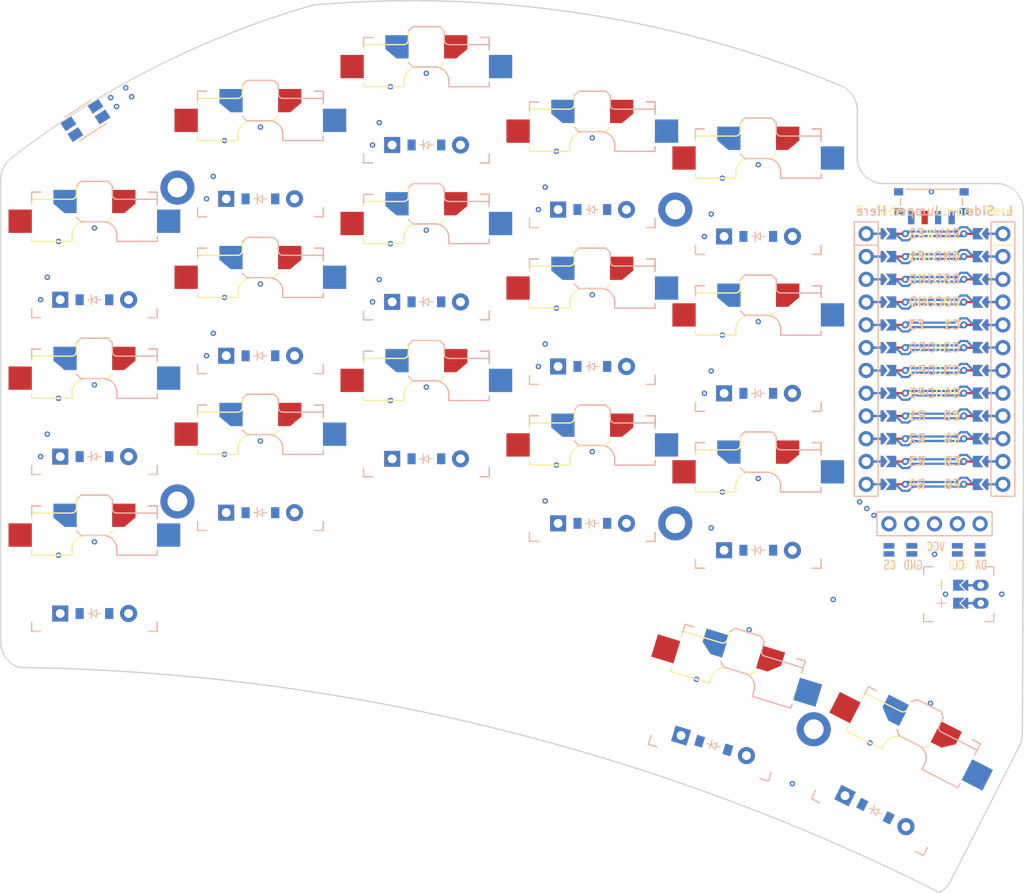
<source format=kicad_pcb>
(kicad_pcb (version 20171130) (host pcbnew 5.1.6)
  (title_block (title snak) (rev 0.1) (company JackMatanky))
  (layers (0 F.Cu signal) (31 B.Cu signal) (34 B.Paste user) (35 F.Paste user) (36 B.SilkS user) (37 F.SilkS user) (38 B.Mask user) (39 F.Mask user) (44 Edge.Cuts user))
  (net 0 "")
  (net 1 "C1")
  (net 2 "pinky_bot")
  (net 3 "pinky_mid")
  (net 4 "pinky_top")
  (net 5 "C2")
  (net 6 "ring_bot")
  (net 7 "ring_mid")
  (net 8 "ring_top")
  (net 9 "C3")
  (net 10 "middle_bot")
  (net 11 "middle_mid")
  (net 12 "middle_top")
  (net 13 "C4")
  (net 14 "index_bot")
  (net 15 "index_mid")
  (net 16 "index_top")
  (net 17 "C5")
  (net 18 "inner_bot")
  (net 19 "inner_mid")
  (net 20 "inner_top")
  (net 21 "out_home")
  (net 22 "in_home")
  (net 23 "R3")
  (net 24 "R2")
  (net 25 "R1")
  (net 26 "R4")
  (net 27 "RAW")
  (net 28 "GND")
  (net 29 "RST")
  (net 30 "VCC")
  (net 31 "F4")
  (net 32 "F5")
  (net 33 "F6")
  (net 34 "F2")
  (net 35 "F1")
  (net 36 "F3")
  (net 37 "DPD")
  (net 38 "DPC")
  (net 39 "DPE")
  (net 40 "MCU1_24")
  (net 41 "MCU1_1")
  (net 42 "MCU1_23")
  (net 43 "MCU1_2")
  (net 44 "MCU1_22")
  (net 45 "MCU1_3")
  (net 46 "MCU1_21")
  (net 47 "MCU1_4")
  (net 48 "MCU1_20")
  (net 49 "MCU1_5")
  (net 50 "MCU1_19")
  (net 51 "MCU1_6")
  (net 52 "MCU1_18")
  (net 53 "MCU1_7")
  (net 54 "MCU1_17")
  (net 55 "MCU1_8")
  (net 56 "MCU1_16")
  (net 57 "MCU1_9")
  (net 58 "MCU1_15")
  (net 59 "MCU1_10")
  (net 60 "MCU1_14")
  (net 61 "MCU1_11")
  (net 62 "MCU1_13")
  (net 63 "MCU1_12")
  (net 64 "DISP1_1")
  (net 65 "DISP1_2")
  (net 66 "DISP1_4")
  (net 67 "DISP1_5")
  (net 68 "pos")
  (net 69 "JST1_1")
  (net 70 "JST1_2")
  (module PG1350 (layer F.Cu) (at 100 100 0)
    (fp_text reference "S1" hide)
    (pad "" np_thru_hole circle (at 0 0) (size 3.429 3.429) (drill 3.429) (layers *.Cu *.Mask))
    (pad "" np_thru_hole circle (at 5.5 0) (size 1.7018 1.7018) (drill 1.7018) (layers *.Cu *.Mask))
    (pad "" np_thru_hole circle (at -5.5 0) (size 1.7018 1.7018) (drill 1.7018) (layers *.Cu *.Mask))
    (pad "" np_thru_hole circle (at 0 -5.95) (size 3 3) (drill 3) (layers *.Cu *.Mask))
    (pad 1 smd custom (at -3.275 -5.95 0) (size 1 1) (layers B.Cu B.Paste B.Mask) (options (clearance outline) (anchor rect)) (primitives (gr_poly (pts (xy -1.3 -1.3) (xy -1.3 0.25) (xy -0.05 1.3) (xy 1.3 1.3) (xy 1.3 -1.3)) (width 0))) (net 1 "C1"))
    (pad 2 smd rect (at 8.275 -3.75 0) (size 2.6 2.6) (layers B.Cu B.Paste B.Mask) (net 2 "pinky_bot"))
    (pad "" np_thru_hole circle (at 5 -3.75 195) (size 3 3) (drill 3) (layers *.Cu *.Mask))
    (pad 1 connect custom (at 3.275 -5.95 0) (size 0.5 0.5) (layers F.Cu F.Mask) (options (clearance outline) (anchor rect)) (primitives (gr_poly (pts (xy -1.3 -1.3) (xy -1.3 1.3) (xy 0.05 1.3) (xy 1.3 0.25) (xy 1.3 -1.3)) (width 0))) (net 1 "C1"))
    (pad 2 smd rect (at -8.275 -3.75 0) (size 2.6 2.6) (layers F.Cu F.Paste F.Mask) (net 2 "pinky_bot"))
    (pad "" np_thru_hole circle (at -5 -3.75 195) (size 3 3) (drill 3) (layers *.Cu *.Mask))
  )
  (module PG1350 (layer F.Cu) (at 100 82.5 0)
    (fp_text reference "S2" hide)
    (pad "" np_thru_hole circle (at 0 0) (size 3.429 3.429) (drill 3.429) (layers *.Cu *.Mask))
    (pad "" np_thru_hole circle (at 5.5 0) (size 1.7018 1.7018) (drill 1.7018) (layers *.Cu *.Mask))
    (pad "" np_thru_hole circle (at -5.5 0) (size 1.7018 1.7018) (drill 1.7018) (layers *.Cu *.Mask))
    (pad "" np_thru_hole circle (at 0 -5.95) (size 3 3) (drill 3) (layers *.Cu *.Mask))
    (pad 1 smd custom (at -3.275 -5.95 0) (size 1 1) (layers B.Cu B.Paste B.Mask) (options (clearance outline) (anchor rect)) (primitives (gr_poly (pts (xy -1.3 -1.3) (xy -1.3 0.25) (xy -0.05 1.3) (xy 1.3 1.3) (xy 1.3 -1.3)) (width 0))) (net 1 "C1"))
    (pad 2 smd rect (at 8.275 -3.75 0) (size 2.6 2.6) (layers B.Cu B.Paste B.Mask) (net 3 "pinky_mid"))
    (pad "" np_thru_hole circle (at 5 -3.75 195) (size 3 3) (drill 3) (layers *.Cu *.Mask))
    (pad 1 connect custom (at 3.275 -5.95 0) (size 0.5 0.5) (layers F.Cu F.Mask) (options (clearance outline) (anchor rect)) (primitives (gr_poly (pts (xy -1.3 -1.3) (xy -1.3 1.3) (xy 0.05 1.3) (xy 1.3 0.25) (xy 1.3 -1.3)) (width 0))) (net 1 "C1"))
    (pad 2 smd rect (at -8.275 -3.75 0) (size 2.6 2.6) (layers F.Cu F.Paste F.Mask) (net 3 "pinky_mid"))
    (pad "" np_thru_hole circle (at -5 -3.75 195) (size 3 3) (drill 3) (layers *.Cu *.Mask))
  )
  (module PG1350 (layer F.Cu) (at 100 65 0)
    (fp_text reference "S3" hide)
    (pad "" np_thru_hole circle (at 0 0) (size 3.429 3.429) (drill 3.429) (layers *.Cu *.Mask))
    (pad "" np_thru_hole circle (at 5.5 0) (size 1.7018 1.7018) (drill 1.7018) (layers *.Cu *.Mask))
    (pad "" np_thru_hole circle (at -5.5 0) (size 1.7018 1.7018) (drill 1.7018) (layers *.Cu *.Mask))
    (pad "" np_thru_hole circle (at 0 -5.95) (size 3 3) (drill 3) (layers *.Cu *.Mask))
    (pad 1 smd custom (at -3.275 -5.95 0) (size 1 1) (layers B.Cu B.Paste B.Mask) (options (clearance outline) (anchor rect)) (primitives (gr_poly (pts (xy -1.3 -1.3) (xy -1.3 0.25) (xy -0.05 1.3) (xy 1.3 1.3) (xy 1.3 -1.3)) (width 0))) (net 1 "C1"))
    (pad 2 smd rect (at 8.275 -3.75 0) (size 2.6 2.6) (layers B.Cu B.Paste B.Mask) (net 4 "pinky_top"))
    (pad "" np_thru_hole circle (at 5 -3.75 195) (size 3 3) (drill 3) (layers *.Cu *.Mask))
    (pad 1 connect custom (at 3.275 -5.95 0) (size 0.5 0.5) (layers F.Cu F.Mask) (options (clearance outline) (anchor rect)) (primitives (gr_poly (pts (xy -1.3 -1.3) (xy -1.3 1.3) (xy 0.05 1.3) (xy 1.3 0.25) (xy 1.3 -1.3)) (width 0))) (net 1 "C1"))
    (pad 2 smd rect (at -8.275 -3.75 0) (size 2.6 2.6) (layers F.Cu F.Paste F.Mask) (net 4 "pinky_top"))
    (pad "" np_thru_hole circle (at -5 -3.75 195) (size 3 3) (drill 3) (layers *.Cu *.Mask))
  )
  (module PG1350 (layer F.Cu) (at 118.5 88.75 0)
    (fp_text reference "S4" hide)
    (pad "" np_thru_hole circle (at 0 0) (size 3.429 3.429) (drill 3.429) (layers *.Cu *.Mask))
    (pad "" np_thru_hole circle (at 5.5 0) (size 1.7018 1.7018) (drill 1.7018) (layers *.Cu *.Mask))
    (pad "" np_thru_hole circle (at -5.5 0) (size 1.7018 1.7018) (drill 1.7018) (layers *.Cu *.Mask))
    (pad "" np_thru_hole circle (at 0 -5.95) (size 3 3) (drill 3) (layers *.Cu *.Mask))
    (pad 1 smd custom (at -3.275 -5.95 0) (size 1 1) (layers B.Cu B.Paste B.Mask) (options (clearance outline) (anchor rect)) (primitives (gr_poly (pts (xy -1.3 -1.3) (xy -1.3 0.25) (xy -0.05 1.3) (xy 1.3 1.3) (xy 1.3 -1.3)) (width 0))) (net 5 "C2"))
    (pad 2 smd rect (at 8.275 -3.75 0) (size 2.6 2.6) (layers B.Cu B.Paste B.Mask) (net 6 "ring_bot"))
    (pad "" np_thru_hole circle (at 5 -3.75 195) (size 3 3) (drill 3) (layers *.Cu *.Mask))
    (pad 1 connect custom (at 3.275 -5.95 0) (size 0.5 0.5) (layers F.Cu F.Mask) (options (clearance outline) (anchor rect)) (primitives (gr_poly (pts (xy -1.3 -1.3) (xy -1.3 1.3) (xy 0.05 1.3) (xy 1.3 0.25) (xy 1.3 -1.3)) (width 0))) (net 5 "C2"))
    (pad 2 smd rect (at -8.275 -3.75 0) (size 2.6 2.6) (layers F.Cu F.Paste F.Mask) (net 6 "ring_bot"))
    (pad "" np_thru_hole circle (at -5 -3.75 195) (size 3 3) (drill 3) (layers *.Cu *.Mask))
  )
  (module PG1350 (layer F.Cu) (at 118.5 71.25 0)
    (fp_text reference "S5" hide)
    (pad "" np_thru_hole circle (at 0 0) (size 3.429 3.429) (drill 3.429) (layers *.Cu *.Mask))
    (pad "" np_thru_hole circle (at 5.5 0) (size 1.7018 1.7018) (drill 1.7018) (layers *.Cu *.Mask))
    (pad "" np_thru_hole circle (at -5.5 0) (size 1.7018 1.7018) (drill 1.7018) (layers *.Cu *.Mask))
    (pad "" np_thru_hole circle (at 0 -5.95) (size 3 3) (drill 3) (layers *.Cu *.Mask))
    (pad 1 smd custom (at -3.275 -5.95 0) (size 1 1) (layers B.Cu B.Paste B.Mask) (options (clearance outline) (anchor rect)) (primitives (gr_poly (pts (xy -1.3 -1.3) (xy -1.3 0.25) (xy -0.05 1.3) (xy 1.3 1.3) (xy 1.3 -1.3)) (width 0))) (net 5 "C2"))
    (pad 2 smd rect (at 8.275 -3.75 0) (size 2.6 2.6) (layers B.Cu B.Paste B.Mask) (net 7 "ring_mid"))
    (pad "" np_thru_hole circle (at 5 -3.75 195) (size 3 3) (drill 3) (layers *.Cu *.Mask))
    (pad 1 connect custom (at 3.275 -5.95 0) (size 0.5 0.5) (layers F.Cu F.Mask) (options (clearance outline) (anchor rect)) (primitives (gr_poly (pts (xy -1.3 -1.3) (xy -1.3 1.3) (xy 0.05 1.3) (xy 1.3 0.25) (xy 1.3 -1.3)) (width 0))) (net 5 "C2"))
    (pad 2 smd rect (at -8.275 -3.75 0) (size 2.6 2.6) (layers F.Cu F.Paste F.Mask) (net 7 "ring_mid"))
    (pad "" np_thru_hole circle (at -5 -3.75 195) (size 3 3) (drill 3) (layers *.Cu *.Mask))
  )
  (module PG1350 (layer F.Cu) (at 118.5 53.75 0)
    (fp_text reference "S6" hide)
    (pad "" np_thru_hole circle (at 0 0) (size 3.429 3.429) (drill 3.429) (layers *.Cu *.Mask))
    (pad "" np_thru_hole circle (at 5.5 0) (size 1.7018 1.7018) (drill 1.7018) (layers *.Cu *.Mask))
    (pad "" np_thru_hole circle (at -5.5 0) (size 1.7018 1.7018) (drill 1.7018) (layers *.Cu *.Mask))
    (pad "" np_thru_hole circle (at 0 -5.95) (size 3 3) (drill 3) (layers *.Cu *.Mask))
    (pad 1 smd custom (at -3.275 -5.95 0) (size 1 1) (layers B.Cu B.Paste B.Mask) (options (clearance outline) (anchor rect)) (primitives (gr_poly (pts (xy -1.3 -1.3) (xy -1.3 0.25) (xy -0.05 1.3) (xy 1.3 1.3) (xy 1.3 -1.3)) (width 0))) (net 5 "C2"))
    (pad 2 smd rect (at 8.275 -3.75 0) (size 2.6 2.6) (layers B.Cu B.Paste B.Mask) (net 8 "ring_top"))
    (pad "" np_thru_hole circle (at 5 -3.75 195) (size 3 3) (drill 3) (layers *.Cu *.Mask))
    (pad 1 connect custom (at 3.275 -5.95 0) (size 0.5 0.5) (layers F.Cu F.Mask) (options (clearance outline) (anchor rect)) (primitives (gr_poly (pts (xy -1.3 -1.3) (xy -1.3 1.3) (xy 0.05 1.3) (xy 1.3 0.25) (xy 1.3 -1.3)) (width 0))) (net 5 "C2"))
    (pad 2 smd rect (at -8.275 -3.75 0) (size 2.6 2.6) (layers F.Cu F.Paste F.Mask) (net 8 "ring_top"))
    (pad "" np_thru_hole circle (at -5 -3.75 195) (size 3 3) (drill 3) (layers *.Cu *.Mask))
  )
  (module PG1350 (layer F.Cu) (at 137 82.75 0)
    (fp_text reference "S7" hide)
    (pad "" np_thru_hole circle (at 0 0) (size 3.429 3.429) (drill 3.429) (layers *.Cu *.Mask))
    (pad "" np_thru_hole circle (at 5.5 0) (size 1.7018 1.7018) (drill 1.7018) (layers *.Cu *.Mask))
    (pad "" np_thru_hole circle (at -5.5 0) (size 1.7018 1.7018) (drill 1.7018) (layers *.Cu *.Mask))
    (pad "" np_thru_hole circle (at 0 -5.95) (size 3 3) (drill 3) (layers *.Cu *.Mask))
    (pad 1 smd custom (at -3.275 -5.95 0) (size 1 1) (layers B.Cu B.Paste B.Mask) (options (clearance outline) (anchor rect)) (primitives (gr_poly (pts (xy -1.3 -1.3) (xy -1.3 0.25) (xy -0.05 1.3) (xy 1.3 1.3) (xy 1.3 -1.3)) (width 0))) (net 9 "C3"))
    (pad 2 smd rect (at 8.275 -3.75 0) (size 2.6 2.6) (layers B.Cu B.Paste B.Mask) (net 10 "middle_bot"))
    (pad "" np_thru_hole circle (at 5 -3.75 195) (size 3 3) (drill 3) (layers *.Cu *.Mask))
    (pad 1 connect custom (at 3.275 -5.95 0) (size 0.5 0.5) (layers F.Cu F.Mask) (options (clearance outline) (anchor rect)) (primitives (gr_poly (pts (xy -1.3 -1.3) (xy -1.3 1.3) (xy 0.05 1.3) (xy 1.3 0.25) (xy 1.3 -1.3)) (width 0))) (net 9 "C3"))
    (pad 2 smd rect (at -8.275 -3.75 0) (size 2.6 2.6) (layers F.Cu F.Paste F.Mask) (net 10 "middle_bot"))
    (pad "" np_thru_hole circle (at -5 -3.75 195) (size 3 3) (drill 3) (layers *.Cu *.Mask))
  )
  (module PG1350 (layer F.Cu) (at 137 65.25 0)
    (fp_text reference "S8" hide)
    (pad "" np_thru_hole circle (at 0 0) (size 3.429 3.429) (drill 3.429) (layers *.Cu *.Mask))
    (pad "" np_thru_hole circle (at 5.5 0) (size 1.7018 1.7018) (drill 1.7018) (layers *.Cu *.Mask))
    (pad "" np_thru_hole circle (at -5.5 0) (size 1.7018 1.7018) (drill 1.7018) (layers *.Cu *.Mask))
    (pad "" np_thru_hole circle (at 0 -5.95) (size 3 3) (drill 3) (layers *.Cu *.Mask))
    (pad 1 smd custom (at -3.275 -5.95 0) (size 1 1) (layers B.Cu B.Paste B.Mask) (options (clearance outline) (anchor rect)) (primitives (gr_poly (pts (xy -1.3 -1.3) (xy -1.3 0.25) (xy -0.05 1.3) (xy 1.3 1.3) (xy 1.3 -1.3)) (width 0))) (net 9 "C3"))
    (pad 2 smd rect (at 8.275 -3.75 0) (size 2.6 2.6) (layers B.Cu B.Paste B.Mask) (net 11 "middle_mid"))
    (pad "" np_thru_hole circle (at 5 -3.75 195) (size 3 3) (drill 3) (layers *.Cu *.Mask))
    (pad 1 connect custom (at 3.275 -5.95 0) (size 0.5 0.5) (layers F.Cu F.Mask) (options (clearance outline) (anchor rect)) (primitives (gr_poly (pts (xy -1.3 -1.3) (xy -1.3 1.3) (xy 0.05 1.3) (xy 1.3 0.25) (xy 1.3 -1.3)) (width 0))) (net 9 "C3"))
    (pad 2 smd rect (at -8.275 -3.75 0) (size 2.6 2.6) (layers F.Cu F.Paste F.Mask) (net 11 "middle_mid"))
    (pad "" np_thru_hole circle (at -5 -3.75 195) (size 3 3) (drill 3) (layers *.Cu *.Mask))
  )
  (module PG1350 (layer F.Cu) (at 137 47.75 0)
    (fp_text reference "S9" hide)
    (pad "" np_thru_hole circle (at 0 0) (size 3.429 3.429) (drill 3.429) (layers *.Cu *.Mask))
    (pad "" np_thru_hole circle (at 5.5 0) (size 1.7018 1.7018) (drill 1.7018) (layers *.Cu *.Mask))
    (pad "" np_thru_hole circle (at -5.5 0) (size 1.7018 1.7018) (drill 1.7018) (layers *.Cu *.Mask))
    (pad "" np_thru_hole circle (at 0 -5.95) (size 3 3) (drill 3) (layers *.Cu *.Mask))
    (pad 1 smd custom (at -3.275 -5.95 0) (size 1 1) (layers B.Cu B.Paste B.Mask) (options (clearance outline) (anchor rect)) (primitives (gr_poly (pts (xy -1.3 -1.3) (xy -1.3 0.25) (xy -0.05 1.3) (xy 1.3 1.3) (xy 1.3 -1.3)) (width 0))) (net 9 "C3"))
    (pad 2 smd rect (at 8.275 -3.75 0) (size 2.6 2.6) (layers B.Cu B.Paste B.Mask) (net 12 "middle_top"))
    (pad "" np_thru_hole circle (at 5 -3.75 195) (size 3 3) (drill 3) (layers *.Cu *.Mask))
    (pad 1 connect custom (at 3.275 -5.95 0) (size 0.5 0.5) (layers F.Cu F.Mask) (options (clearance outline) (anchor rect)) (primitives (gr_poly (pts (xy -1.3 -1.3) (xy -1.3 1.3) (xy 0.05 1.3) (xy 1.3 0.25) (xy 1.3 -1.3)) (width 0))) (net 9 "C3"))
    (pad 2 smd rect (at -8.275 -3.75 0) (size 2.6 2.6) (layers F.Cu F.Paste F.Mask) (net 12 "middle_top"))
    (pad "" np_thru_hole circle (at -5 -3.75 195) (size 3 3) (drill 3) (layers *.Cu *.Mask))
  )
  (module PG1350 (layer F.Cu) (at 155.5 89.95 0)
    (fp_text reference "S10" hide)
    (pad "" np_thru_hole circle (at 0 0) (size 3.429 3.429) (drill 3.429) (layers *.Cu *.Mask))
    (pad "" np_thru_hole circle (at 5.5 0) (size 1.7018 1.7018) (drill 1.7018) (layers *.Cu *.Mask))
    (pad "" np_thru_hole circle (at -5.5 0) (size 1.7018 1.7018) (drill 1.7018) (layers *.Cu *.Mask))
    (pad "" np_thru_hole circle (at 0 -5.95) (size 3 3) (drill 3) (layers *.Cu *.Mask))
    (pad 1 smd custom (at -3.275 -5.95 0) (size 1 1) (layers B.Cu B.Paste B.Mask) (options (clearance outline) (anchor rect)) (primitives (gr_poly (pts (xy -1.3 -1.3) (xy -1.3 0.25) (xy -0.05 1.3) (xy 1.3 1.3) (xy 1.3 -1.3)) (width 0))) (net 13 "C4"))
    (pad 2 smd rect (at 8.275 -3.75 0) (size 2.6 2.6) (layers B.Cu B.Paste B.Mask) (net 14 "index_bot"))
    (pad "" np_thru_hole circle (at 5 -3.75 195) (size 3 3) (drill 3) (layers *.Cu *.Mask))
    (pad 1 connect custom (at 3.275 -5.95 0) (size 0.5 0.5) (layers F.Cu F.Mask) (options (clearance outline) (anchor rect)) (primitives (gr_poly (pts (xy -1.3 -1.3) (xy -1.3 1.3) (xy 0.05 1.3) (xy 1.3 0.25) (xy 1.3 -1.3)) (width 0))) (net 13 "C4"))
    (pad 2 smd rect (at -8.275 -3.75 0) (size 2.6 2.6) (layers F.Cu F.Paste F.Mask) (net 14 "index_bot"))
    (pad "" np_thru_hole circle (at -5 -3.75 195) (size 3 3) (drill 3) (layers *.Cu *.Mask))
  )
  (module PG1350 (layer F.Cu) (at 155.5 72.45 0)
    (fp_text reference "S11" hide)
    (pad "" np_thru_hole circle (at 0 0) (size 3.429 3.429) (drill 3.429) (layers *.Cu *.Mask))
    (pad "" np_thru_hole circle (at 5.5 0) (size 1.7018 1.7018) (drill 1.7018) (layers *.Cu *.Mask))
    (pad "" np_thru_hole circle (at -5.5 0) (size 1.7018 1.7018) (drill 1.7018) (layers *.Cu *.Mask))
    (pad "" np_thru_hole circle (at 0 -5.95) (size 3 3) (drill 3) (layers *.Cu *.Mask))
    (pad 1 smd custom (at -3.275 -5.95 0) (size 1 1) (layers B.Cu B.Paste B.Mask) (options (clearance outline) (anchor rect)) (primitives (gr_poly (pts (xy -1.3 -1.3) (xy -1.3 0.25) (xy -0.05 1.3) (xy 1.3 1.3) (xy 1.3 -1.3)) (width 0))) (net 13 "C4"))
    (pad 2 smd rect (at 8.275 -3.75 0) (size 2.6 2.6) (layers B.Cu B.Paste B.Mask) (net 15 "index_mid"))
    (pad "" np_thru_hole circle (at 5 -3.75 195) (size 3 3) (drill 3) (layers *.Cu *.Mask))
    (pad 1 connect custom (at 3.275 -5.95 0) (size 0.5 0.5) (layers F.Cu F.Mask) (options (clearance outline) (anchor rect)) (primitives (gr_poly (pts (xy -1.3 -1.3) (xy -1.3 1.3) (xy 0.05 1.3) (xy 1.3 0.25) (xy 1.3 -1.3)) (width 0))) (net 13 "C4"))
    (pad 2 smd rect (at -8.275 -3.75 0) (size 2.6 2.6) (layers F.Cu F.Paste F.Mask) (net 15 "index_mid"))
    (pad "" np_thru_hole circle (at -5 -3.75 195) (size 3 3) (drill 3) (layers *.Cu *.Mask))
  )
  (module PG1350 (layer F.Cu) (at 155.5 54.95 0)
    (fp_text reference "S12" hide)
    (pad "" np_thru_hole circle (at 0 0) (size 3.429 3.429) (drill 3.429) (layers *.Cu *.Mask))
    (pad "" np_thru_hole circle (at 5.5 0) (size 1.7018 1.7018) (drill 1.7018) (layers *.Cu *.Mask))
    (pad "" np_thru_hole circle (at -5.5 0) (size 1.7018 1.7018) (drill 1.7018) (layers *.Cu *.Mask))
    (pad "" np_thru_hole circle (at 0 -5.95) (size 3 3) (drill 3) (layers *.Cu *.Mask))
    (pad 1 smd custom (at -3.275 -5.95 0) (size 1 1) (layers B.Cu B.Paste B.Mask) (options (clearance outline) (anchor rect)) (primitives (gr_poly (pts (xy -1.3 -1.3) (xy -1.3 0.25) (xy -0.05 1.3) (xy 1.3 1.3) (xy 1.3 -1.3)) (width 0))) (net 13 "C4"))
    (pad 2 smd rect (at 8.275 -3.75 0) (size 2.6 2.6) (layers B.Cu B.Paste B.Mask) (net 16 "index_top"))
    (pad "" np_thru_hole circle (at 5 -3.75 195) (size 3 3) (drill 3) (layers *.Cu *.Mask))
    (pad 1 connect custom (at 3.275 -5.95 0) (size 0.5 0.5) (layers F.Cu F.Mask) (options (clearance outline) (anchor rect)) (primitives (gr_poly (pts (xy -1.3 -1.3) (xy -1.3 1.3) (xy 0.05 1.3) (xy 1.3 0.25) (xy 1.3 -1.3)) (width 0))) (net 13 "C4"))
    (pad 2 smd rect (at -8.275 -3.75 0) (size 2.6 2.6) (layers F.Cu F.Paste F.Mask) (net 16 "index_top"))
    (pad "" np_thru_hole circle (at -5 -3.75 195) (size 3 3) (drill 3) (layers *.Cu *.Mask))
  )
  (module PG1350 (layer F.Cu) (at 174 92.95 0)
    (fp_text reference "S13" hide)
    (pad "" np_thru_hole circle (at 0 0) (size 3.429 3.429) (drill 3.429) (layers *.Cu *.Mask))
    (pad "" np_thru_hole circle (at 5.5 0) (size 1.7018 1.7018) (drill 1.7018) (layers *.Cu *.Mask))
    (pad "" np_thru_hole circle (at -5.5 0) (size 1.7018 1.7018) (drill 1.7018) (layers *.Cu *.Mask))
    (pad "" np_thru_hole circle (at 0 -5.95) (size 3 3) (drill 3) (layers *.Cu *.Mask))
    (pad 1 smd custom (at -3.275 -5.95 0) (size 1 1) (layers B.Cu B.Paste B.Mask) (options (clearance outline) (anchor rect)) (primitives (gr_poly (pts (xy -1.3 -1.3) (xy -1.3 0.25) (xy -0.05 1.3) (xy 1.3 1.3) (xy 1.3 -1.3)) (width 0))) (net 17 "C5"))
    (pad 2 smd rect (at 8.275 -3.75 0) (size 2.6 2.6) (layers B.Cu B.Paste B.Mask) (net 18 "inner_bot"))
    (pad "" np_thru_hole circle (at 5 -3.75 195) (size 3 3) (drill 3) (layers *.Cu *.Mask))
    (pad 1 connect custom (at 3.275 -5.95 0) (size 0.5 0.5) (layers F.Cu F.Mask) (options (clearance outline) (anchor rect)) (primitives (gr_poly (pts (xy -1.3 -1.3) (xy -1.3 1.3) (xy 0.05 1.3) (xy 1.3 0.25) (xy 1.3 -1.3)) (width 0))) (net 17 "C5"))
    (pad 2 smd rect (at -8.275 -3.75 0) (size 2.6 2.6) (layers F.Cu F.Paste F.Mask) (net 18 "inner_bot"))
    (pad "" np_thru_hole circle (at -5 -3.75 195) (size 3 3) (drill 3) (layers *.Cu *.Mask))
  )
  (module PG1350 (layer F.Cu) (at 174 75.45 0)
    (fp_text reference "S14" hide)
    (pad "" np_thru_hole circle (at 0 0) (size 3.429 3.429) (drill 3.429) (layers *.Cu *.Mask))
    (pad "" np_thru_hole circle (at 5.5 0) (size 1.7018 1.7018) (drill 1.7018) (layers *.Cu *.Mask))
    (pad "" np_thru_hole circle (at -5.5 0) (size 1.7018 1.7018) (drill 1.7018) (layers *.Cu *.Mask))
    (pad "" np_thru_hole circle (at 0 -5.95) (size 3 3) (drill 3) (layers *.Cu *.Mask))
    (pad 1 smd custom (at -3.275 -5.95 0) (size 1 1) (layers B.Cu B.Paste B.Mask) (options (clearance outline) (anchor rect)) (primitives (gr_poly (pts (xy -1.3 -1.3) (xy -1.3 0.25) (xy -0.05 1.3) (xy 1.3 1.3) (xy 1.3 -1.3)) (width 0))) (net 17 "C5"))
    (pad 2 smd rect (at 8.275 -3.75 0) (size 2.6 2.6) (layers B.Cu B.Paste B.Mask) (net 19 "inner_mid"))
    (pad "" np_thru_hole circle (at 5 -3.75 195) (size 3 3) (drill 3) (layers *.Cu *.Mask))
    (pad 1 connect custom (at 3.275 -5.95 0) (size 0.5 0.5) (layers F.Cu F.Mask) (options (clearance outline) (anchor rect)) (primitives (gr_poly (pts (xy -1.3 -1.3) (xy -1.3 1.3) (xy 0.05 1.3) (xy 1.3 0.25) (xy 1.3 -1.3)) (width 0))) (net 17 "C5"))
    (pad 2 smd rect (at -8.275 -3.75 0) (size 2.6 2.6) (layers F.Cu F.Paste F.Mask) (net 19 "inner_mid"))
    (pad "" np_thru_hole circle (at -5 -3.75 195) (size 3 3) (drill 3) (layers *.Cu *.Mask))
  )
  (module PG1350 (layer F.Cu) (at 174 57.95 0)
    (fp_text reference "S15" hide)
    (pad "" np_thru_hole circle (at 0 0) (size 3.429 3.429) (drill 3.429) (layers *.Cu *.Mask))
    (pad "" np_thru_hole circle (at 5.5 0) (size 1.7018 1.7018) (drill 1.7018) (layers *.Cu *.Mask))
    (pad "" np_thru_hole circle (at -5.5 0) (size 1.7018 1.7018) (drill 1.7018) (layers *.Cu *.Mask))
    (pad "" np_thru_hole circle (at 0 -5.95) (size 3 3) (drill 3) (layers *.Cu *.Mask))
    (pad 1 smd custom (at -3.275 -5.95 0) (size 1 1) (layers B.Cu B.Paste B.Mask) (options (clearance outline) (anchor rect)) (primitives (gr_poly (pts (xy -1.3 -1.3) (xy -1.3 0.25) (xy -0.05 1.3) (xy 1.3 1.3) (xy 1.3 -1.3)) (width 0))) (net 17 "C5"))
    (pad 2 smd rect (at 8.275 -3.75 0) (size 2.6 2.6) (layers B.Cu B.Paste B.Mask) (net 20 "inner_top"))
    (pad "" np_thru_hole circle (at 5 -3.75 195) (size 3 3) (drill 3) (layers *.Cu *.Mask))
    (pad 1 connect custom (at 3.275 -5.95 0) (size 0.5 0.5) (layers F.Cu F.Mask) (options (clearance outline) (anchor rect)) (primitives (gr_poly (pts (xy -1.3 -1.3) (xy -1.3 1.3) (xy 0.05 1.3) (xy 1.3 0.25) (xy 1.3 -1.3)) (width 0))) (net 17 "C5"))
    (pad 2 smd rect (at -8.275 -3.75 0) (size 2.6 2.6) (layers F.Cu F.Paste F.Mask) (net 20 "inner_top"))
    (pad "" np_thru_hole circle (at -5 -3.75 195) (size 3 3) (drill 3) (layers *.Cu *.Mask))
  )
  (module PG1350 (layer F.Cu) (at 170.5 114.95 -17)
    (fp_text reference "S16" hide)
    (pad "" np_thru_hole circle (at 0 0) (size 3.429 3.429) (drill 3.429) (layers *.Cu *.Mask))
    (pad "" np_thru_hole circle (at 5.5 0) (size 1.7018 1.7018) (drill 1.7018) (layers *.Cu *.Mask))
    (pad "" np_thru_hole circle (at -5.5 0) (size 1.7018 1.7018) (drill 1.7018) (layers *.Cu *.Mask))
    (pad "" np_thru_hole circle (at 0 -5.95) (size 3 3) (drill 3) (layers *.Cu *.Mask))
    (pad 1 smd custom (at -3.275 -5.95 -17) (size 1 1) (layers B.Cu B.Paste B.Mask) (options (clearance outline) (anchor rect)) (primitives (gr_poly (pts (xy -1.3 -1.3) (xy -1.3 0.25) (xy -0.05 1.3) (xy 1.3 1.3) (xy 1.3 -1.3)) (width 0))) (net 13 "C4"))
    (pad 2 smd rect (at 8.275 -3.75 -17) (size 2.6 2.6) (layers B.Cu B.Paste B.Mask) (net 21 "out_home"))
    (pad "" np_thru_hole circle (at 5 -3.75 195) (size 3 3) (drill 3) (layers *.Cu *.Mask))
    (pad 1 connect custom (at 3.275 -5.95 -17) (size 0.5 0.5) (layers F.Cu F.Mask) (options (clearance outline) (anchor rect)) (primitives (gr_poly (pts (xy -1.3 -1.3) (xy -1.3 1.3) (xy 0.05 1.3) (xy 1.3 0.25) (xy 1.3 -1.3)) (width 0))) (net 13 "C4"))
    (pad 2 smd rect (at -8.275 -3.75 -17) (size 2.6 2.6) (layers F.Cu F.Paste F.Mask) (net 21 "out_home"))
    (pad "" np_thru_hole circle (at -5 -3.75 195) (size 3 3) (drill 3) (layers *.Cu *.Mask))
  )
  (module PG1350 (layer F.Cu) (at 189.3389022 122.59187560000001 -27)
    (fp_text reference "S17" hide)
    (pad "" np_thru_hole circle (at 0 0) (size 3.429 3.429) (drill 3.429) (layers *.Cu *.Mask))
    (pad "" np_thru_hole circle (at 5.5 0) (size 1.7018 1.7018) (drill 1.7018) (layers *.Cu *.Mask))
    (pad "" np_thru_hole circle (at -5.5 0) (size 1.7018 1.7018) (drill 1.7018) (layers *.Cu *.Mask))
    (pad "" np_thru_hole circle (at 0 -5.95) (size 3 3) (drill 3) (layers *.Cu *.Mask))
    (pad 1 smd custom (at -3.275 -5.95 -27) (size 1 1) (layers B.Cu B.Paste B.Mask) (options (clearance outline) (anchor rect)) (primitives (gr_poly (pts (xy -1.3 -1.3) (xy -1.3 0.25) (xy -0.05 1.3) (xy 1.3 1.3) (xy 1.3 -1.3)) (width 0))) (net 17 "C5"))
    (pad 2 smd rect (at 8.275 -3.75 -27) (size 2.6 2.6) (layers B.Cu B.Paste B.Mask) (net 22 "in_home"))
    (pad "" np_thru_hole circle (at 5 -3.75 195) (size 3 3) (drill 3) (layers *.Cu *.Mask))
    (pad 1 connect custom (at 3.275 -5.95 -27) (size 0.5 0.5) (layers F.Cu F.Mask) (options (clearance outline) (anchor rect)) (primitives (gr_poly (pts (xy -1.3 -1.3) (xy -1.3 1.3) (xy 0.05 1.3) (xy 1.3 0.25) (xy 1.3 -1.3)) (width 0))) (net 17 "C5"))
    (pad 2 smd rect (at -8.275 -3.75 -27) (size 2.6 2.6) (layers F.Cu F.Paste F.Mask) (net 22 "in_home"))
    (pad "" np_thru_hole circle (at -5 -3.75 195) (size 3 3) (drill 3) (layers *.Cu *.Mask))
  )
  (module ComboDiode (layer F.Cu) (at 100 105 0)
    (fp_text reference "D1" hide)
    (fp_text value "" hide)
    (pad 1 smd rect (at -1.65 0 0) (size 0.9 1.2) (layers F.Cu F.Paste F.Mask) (net 23 "R3"))
    (pad 2 smd rect (at 1.65 0 0) (size 0.9 1.2) (layers B.Cu B.Paste B.Mask) (net 2 "pinky_bot"))
    (pad 1 smd rect (at -1.65 0 0) (size 0.9 1.2) (layers B.Cu B.Paste B.Mask) (net 23 "R3"))
    (pad 2 smd rect (at 1.65 0 0) (size 0.9 1.2) (layers F.Cu F.Paste F.Mask) (net 2 "pinky_bot"))
    (pad 1 thru_hole rect (at -3.81 0 0) (size 1.778 1.778) (drill 0.9906) (layers *.Cu *.Mask) (net 23 "R3"))
    (pad 2 thru_hole circle (at 3.81 0 0) (size 1.905 1.905) (drill 0.9906) (layers *.Cu *.Mask) (net 2 "pinky_bot"))
  )
  (module ComboDiode (layer F.Cu) (at 100 87.5 0)
    (fp_text reference "D2" hide)
    (fp_text value "" hide)
    (pad 1 smd rect (at -1.65 0 0) (size 0.9 1.2) (layers F.Cu F.Paste F.Mask) (net 24 "R2"))
    (pad 2 smd rect (at 1.65 0 0) (size 0.9 1.2) (layers B.Cu B.Paste B.Mask) (net 3 "pinky_mid"))
    (pad 1 smd rect (at -1.65 0 0) (size 0.9 1.2) (layers B.Cu B.Paste B.Mask) (net 24 "R2"))
    (pad 2 smd rect (at 1.65 0 0) (size 0.9 1.2) (layers F.Cu F.Paste F.Mask) (net 3 "pinky_mid"))
    (pad 1 thru_hole rect (at -3.81 0 0) (size 1.778 1.778) (drill 0.9906) (layers *.Cu *.Mask) (net 24 "R2"))
    (pad 2 thru_hole circle (at 3.81 0 0) (size 1.905 1.905) (drill 0.9906) (layers *.Cu *.Mask) (net 3 "pinky_mid"))
  )
  (module ComboDiode (layer F.Cu) (at 100 70 0)
    (fp_text reference "D3" hide)
    (fp_text value "" hide)
    (pad 1 smd rect (at -1.65 0 0) (size 0.9 1.2) (layers F.Cu F.Paste F.Mask) (net 25 "R1"))
    (pad 2 smd rect (at 1.65 0 0) (size 0.9 1.2) (layers B.Cu B.Paste B.Mask) (net 4 "pinky_top"))
    (pad 1 smd rect (at -1.65 0 0) (size 0.9 1.2) (layers B.Cu B.Paste B.Mask) (net 25 "R1"))
    (pad 2 smd rect (at 1.65 0 0) (size 0.9 1.2) (layers F.Cu F.Paste F.Mask) (net 4 "pinky_top"))
    (pad 1 thru_hole rect (at -3.81 0 0) (size 1.778 1.778) (drill 0.9906) (layers *.Cu *.Mask) (net 25 "R1"))
    (pad 2 thru_hole circle (at 3.81 0 0) (size 1.905 1.905) (drill 0.9906) (layers *.Cu *.Mask) (net 4 "pinky_top"))
  )
  (module ComboDiode (layer F.Cu) (at 118.5 93.75 0)
    (fp_text reference "D4" hide)
    (fp_text value "" hide)
    (pad 1 smd rect (at -1.65 0 0) (size 0.9 1.2) (layers F.Cu F.Paste F.Mask) (net 23 "R3"))
    (pad 2 smd rect (at 1.65 0 0) (size 0.9 1.2) (layers B.Cu B.Paste B.Mask) (net 6 "ring_bot"))
    (pad 1 smd rect (at -1.65 0 0) (size 0.9 1.2) (layers B.Cu B.Paste B.Mask) (net 23 "R3"))
    (pad 2 smd rect (at 1.65 0 0) (size 0.9 1.2) (layers F.Cu F.Paste F.Mask) (net 6 "ring_bot"))
    (pad 1 thru_hole rect (at -3.81 0 0) (size 1.778 1.778) (drill 0.9906) (layers *.Cu *.Mask) (net 23 "R3"))
    (pad 2 thru_hole circle (at 3.81 0 0) (size 1.905 1.905) (drill 0.9906) (layers *.Cu *.Mask) (net 6 "ring_bot"))
  )
  (module ComboDiode (layer F.Cu) (at 118.5 76.25 0)
    (fp_text reference "D5" hide)
    (fp_text value "" hide)
    (pad 1 smd rect (at -1.65 0 0) (size 0.9 1.2) (layers F.Cu F.Paste F.Mask) (net 24 "R2"))
    (pad 2 smd rect (at 1.65 0 0) (size 0.9 1.2) (layers B.Cu B.Paste B.Mask) (net 7 "ring_mid"))
    (pad 1 smd rect (at -1.65 0 0) (size 0.9 1.2) (layers B.Cu B.Paste B.Mask) (net 24 "R2"))
    (pad 2 smd rect (at 1.65 0 0) (size 0.9 1.2) (layers F.Cu F.Paste F.Mask) (net 7 "ring_mid"))
    (pad 1 thru_hole rect (at -3.81 0 0) (size 1.778 1.778) (drill 0.9906) (layers *.Cu *.Mask) (net 24 "R2"))
    (pad 2 thru_hole circle (at 3.81 0 0) (size 1.905 1.905) (drill 0.9906) (layers *.Cu *.Mask) (net 7 "ring_mid"))
  )
  (module ComboDiode (layer F.Cu) (at 118.5 58.75 0)
    (fp_text reference "D6" hide)
    (fp_text value "" hide)
    (pad 1 smd rect (at -1.65 0 0) (size 0.9 1.2) (layers F.Cu F.Paste F.Mask) (net 25 "R1"))
    (pad 2 smd rect (at 1.65 0 0) (size 0.9 1.2) (layers B.Cu B.Paste B.Mask) (net 8 "ring_top"))
    (pad 1 smd rect (at -1.65 0 0) (size 0.9 1.2) (layers B.Cu B.Paste B.Mask) (net 25 "R1"))
    (pad 2 smd rect (at 1.65 0 0) (size 0.9 1.2) (layers F.Cu F.Paste F.Mask) (net 8 "ring_top"))
    (pad 1 thru_hole rect (at -3.81 0 0) (size 1.778 1.778) (drill 0.9906) (layers *.Cu *.Mask) (net 25 "R1"))
    (pad 2 thru_hole circle (at 3.81 0 0) (size 1.905 1.905) (drill 0.9906) (layers *.Cu *.Mask) (net 8 "ring_top"))
  )
  (module ComboDiode (layer F.Cu) (at 137 87.75 0)
    (fp_text reference "D7" hide)
    (fp_text value "" hide)
    (pad 1 smd rect (at -1.65 0 0) (size 0.9 1.2) (layers F.Cu F.Paste F.Mask) (net 23 "R3"))
    (pad 2 smd rect (at 1.65 0 0) (size 0.9 1.2) (layers B.Cu B.Paste B.Mask) (net 10 "middle_bot"))
    (pad 1 smd rect (at -1.65 0 0) (size 0.9 1.2) (layers B.Cu B.Paste B.Mask) (net 23 "R3"))
    (pad 2 smd rect (at 1.65 0 0) (size 0.9 1.2) (layers F.Cu F.Paste F.Mask) (net 10 "middle_bot"))
    (pad 1 thru_hole rect (at -3.81 0 0) (size 1.778 1.778) (drill 0.9906) (layers *.Cu *.Mask) (net 23 "R3"))
    (pad 2 thru_hole circle (at 3.81 0 0) (size 1.905 1.905) (drill 0.9906) (layers *.Cu *.Mask) (net 10 "middle_bot"))
  )
  (module ComboDiode (layer F.Cu) (at 137 70.25 0)
    (fp_text reference "D8" hide)
    (fp_text value "" hide)
    (pad 1 smd rect (at -1.65 0 0) (size 0.9 1.2) (layers F.Cu F.Paste F.Mask) (net 24 "R2"))
    (pad 2 smd rect (at 1.65 0 0) (size 0.9 1.2) (layers B.Cu B.Paste B.Mask) (net 11 "middle_mid"))
    (pad 1 smd rect (at -1.65 0 0) (size 0.9 1.2) (layers B.Cu B.Paste B.Mask) (net 24 "R2"))
    (pad 2 smd rect (at 1.65 0 0) (size 0.9 1.2) (layers F.Cu F.Paste F.Mask) (net 11 "middle_mid"))
    (pad 1 thru_hole rect (at -3.81 0 0) (size 1.778 1.778) (drill 0.9906) (layers *.Cu *.Mask) (net 24 "R2"))
    (pad 2 thru_hole circle (at 3.81 0 0) (size 1.905 1.905) (drill 0.9906) (layers *.Cu *.Mask) (net 11 "middle_mid"))
  )
  (module ComboDiode (layer F.Cu) (at 137 52.75 0)
    (fp_text reference "D9" hide)
    (fp_text value "" hide)
    (pad 1 smd rect (at -1.65 0 0) (size 0.9 1.2) (layers F.Cu F.Paste F.Mask) (net 25 "R1"))
    (pad 2 smd rect (at 1.65 0 0) (size 0.9 1.2) (layers B.Cu B.Paste B.Mask) (net 12 "middle_top"))
    (pad 1 smd rect (at -1.65 0 0) (size 0.9 1.2) (layers B.Cu B.Paste B.Mask) (net 25 "R1"))
    (pad 2 smd rect (at 1.65 0 0) (size 0.9 1.2) (layers F.Cu F.Paste F.Mask) (net 12 "middle_top"))
    (pad 1 thru_hole rect (at -3.81 0 0) (size 1.778 1.778) (drill 0.9906) (layers *.Cu *.Mask) (net 25 "R1"))
    (pad 2 thru_hole circle (at 3.81 0 0) (size 1.905 1.905) (drill 0.9906) (layers *.Cu *.Mask) (net 12 "middle_top"))
  )
  (module ComboDiode (layer F.Cu) (at 155.5 94.95 0)
    (fp_text reference "D10" hide)
    (fp_text value "" hide)
    (pad 1 smd rect (at -1.65 0 0) (size 0.9 1.2) (layers F.Cu F.Paste F.Mask) (net 23 "R3"))
    (pad 2 smd rect (at 1.65 0 0) (size 0.9 1.2) (layers B.Cu B.Paste B.Mask) (net 14 "index_bot"))
    (pad 1 smd rect (at -1.65 0 0) (size 0.9 1.2) (layers B.Cu B.Paste B.Mask) (net 23 "R3"))
    (pad 2 smd rect (at 1.65 0 0) (size 0.9 1.2) (layers F.Cu F.Paste F.Mask) (net 14 "index_bot"))
    (pad 1 thru_hole rect (at -3.81 0 0) (size 1.778 1.778) (drill 0.9906) (layers *.Cu *.Mask) (net 23 "R3"))
    (pad 2 thru_hole circle (at 3.81 0 0) (size 1.905 1.905) (drill 0.9906) (layers *.Cu *.Mask) (net 14 "index_bot"))
  )
  (module ComboDiode (layer F.Cu) (at 155.5 77.45 0)
    (fp_text reference "D11" hide)
    (fp_text value "" hide)
    (pad 1 smd rect (at -1.65 0 0) (size 0.9 1.2) (layers F.Cu F.Paste F.Mask) (net 24 "R2"))
    (pad 2 smd rect (at 1.65 0 0) (size 0.9 1.2) (layers B.Cu B.Paste B.Mask) (net 15 "index_mid"))
    (pad 1 smd rect (at -1.65 0 0) (size 0.9 1.2) (layers B.Cu B.Paste B.Mask) (net 24 "R2"))
    (pad 2 smd rect (at 1.65 0 0) (size 0.9 1.2) (layers F.Cu F.Paste F.Mask) (net 15 "index_mid"))
    (pad 1 thru_hole rect (at -3.81 0 0) (size 1.778 1.778) (drill 0.9906) (layers *.Cu *.Mask) (net 24 "R2"))
    (pad 2 thru_hole circle (at 3.81 0 0) (size 1.905 1.905) (drill 0.9906) (layers *.Cu *.Mask) (net 15 "index_mid"))
  )
  (module ComboDiode (layer F.Cu) (at 155.5 59.95 0)
    (fp_text reference "D12" hide)
    (fp_text value "" hide)
    (pad 1 smd rect (at -1.65 0 0) (size 0.9 1.2) (layers F.Cu F.Paste F.Mask) (net 25 "R1"))
    (pad 2 smd rect (at 1.65 0 0) (size 0.9 1.2) (layers B.Cu B.Paste B.Mask) (net 16 "index_top"))
    (pad 1 smd rect (at -1.65 0 0) (size 0.9 1.2) (layers B.Cu B.Paste B.Mask) (net 25 "R1"))
    (pad 2 smd rect (at 1.65 0 0) (size 0.9 1.2) (layers F.Cu F.Paste F.Mask) (net 16 "index_top"))
    (pad 1 thru_hole rect (at -3.81 0 0) (size 1.778 1.778) (drill 0.9906) (layers *.Cu *.Mask) (net 25 "R1"))
    (pad 2 thru_hole circle (at 3.81 0 0) (size 1.905 1.905) (drill 0.9906) (layers *.Cu *.Mask) (net 16 "index_top"))
  )
  (module ComboDiode (layer F.Cu) (at 174 97.95 0)
    (fp_text reference "D13" hide)
    (fp_text value "" hide)
    (pad 1 smd rect (at -1.65 0 0) (size 0.9 1.2) (layers F.Cu F.Paste F.Mask) (net 23 "R3"))
    (pad 2 smd rect (at 1.65 0 0) (size 0.9 1.2) (layers B.Cu B.Paste B.Mask) (net 18 "inner_bot"))
    (pad 1 smd rect (at -1.65 0 0) (size 0.9 1.2) (layers B.Cu B.Paste B.Mask) (net 23 "R3"))
    (pad 2 smd rect (at 1.65 0 0) (size 0.9 1.2) (layers F.Cu F.Paste F.Mask) (net 18 "inner_bot"))
    (pad 1 thru_hole rect (at -3.81 0 0) (size 1.778 1.778) (drill 0.9906) (layers *.Cu *.Mask) (net 23 "R3"))
    (pad 2 thru_hole circle (at 3.81 0 0) (size 1.905 1.905) (drill 0.9906) (layers *.Cu *.Mask) (net 18 "inner_bot"))
  )
  (module ComboDiode (layer F.Cu) (at 174 80.45 0)
    (fp_text reference "D14" hide)
    (fp_text value "" hide)
    (pad 1 smd rect (at -1.65 0 0) (size 0.9 1.2) (layers F.Cu F.Paste F.Mask) (net 24 "R2"))
    (pad 2 smd rect (at 1.65 0 0) (size 0.9 1.2) (layers B.Cu B.Paste B.Mask) (net 19 "inner_mid"))
    (pad 1 smd rect (at -1.65 0 0) (size 0.9 1.2) (layers B.Cu B.Paste B.Mask) (net 24 "R2"))
    (pad 2 smd rect (at 1.65 0 0) (size 0.9 1.2) (layers F.Cu F.Paste F.Mask) (net 19 "inner_mid"))
    (pad 1 thru_hole rect (at -3.81 0 0) (size 1.778 1.778) (drill 0.9906) (layers *.Cu *.Mask) (net 24 "R2"))
    (pad 2 thru_hole circle (at 3.81 0 0) (size 1.905 1.905) (drill 0.9906) (layers *.Cu *.Mask) (net 19 "inner_mid"))
  )
  (module ComboDiode (layer F.Cu) (at 174 62.95 0)
    (fp_text reference "D15" hide)
    (fp_text value "" hide)
    (pad 1 smd rect (at -1.65 0 0) (size 0.9 1.2) (layers F.Cu F.Paste F.Mask) (net 25 "R1"))
    (pad 2 smd rect (at 1.65 0 0) (size 0.9 1.2) (layers B.Cu B.Paste B.Mask) (net 20 "inner_top"))
    (pad 1 smd rect (at -1.65 0 0) (size 0.9 1.2) (layers B.Cu B.Paste B.Mask) (net 25 "R1"))
    (pad 2 smd rect (at 1.65 0 0) (size 0.9 1.2) (layers F.Cu F.Paste F.Mask) (net 20 "inner_top"))
    (pad 1 thru_hole rect (at -3.81 0 0) (size 1.778 1.778) (drill 0.9906) (layers *.Cu *.Mask) (net 25 "R1"))
    (pad 2 thru_hole circle (at 3.81 0 0) (size 1.905 1.905) (drill 0.9906) (layers *.Cu *.Mask) (net 20 "inner_top"))
  )
  (module ComboDiode (layer F.Cu) (at 169.0381415 119.7315238 -17)
    (fp_text reference "D16" hide)
    (fp_text value "" hide)
    (pad 1 smd rect (at -1.65 0 -17) (size 0.9 1.2) (layers F.Cu F.Paste F.Mask) (net 26 "R4"))
    (pad 2 smd rect (at 1.65 0 -17) (size 0.9 1.2) (layers B.Cu B.Paste B.Mask) (net 21 "out_home"))
    (pad 1 smd rect (at -1.65 0 -17) (size 0.9 1.2) (layers B.Cu B.Paste B.Mask) (net 26 "R4"))
    (pad 2 smd rect (at 1.65 0 -17) (size 0.9 1.2) (layers F.Cu F.Paste F.Mask) (net 21 "out_home"))
    (pad 1 thru_hole rect (at -3.81 0 -17) (size 1.778 1.778) (drill 0.9906) (layers *.Cu *.Mask) (net 26 "R4"))
    (pad 2 thru_hole circle (at 3.81 0 -17) (size 1.905 1.905) (drill 0.9906) (layers *.Cu *.Mask) (net 21 "out_home"))
  )
  (module ComboDiode (layer F.Cu) (at 187.06894970000002 127.0469082 -27)
    (fp_text reference "D17" hide)
    (fp_text value "" hide)
    (pad 1 smd rect (at -1.65 0 -27) (size 0.9 1.2) (layers F.Cu F.Paste F.Mask) (net 26 "R4"))
    (pad 2 smd rect (at 1.65 0 -27) (size 0.9 1.2) (layers B.Cu B.Paste B.Mask) (net 22 "in_home"))
    (pad 1 smd rect (at -1.65 0 -27) (size 0.9 1.2) (layers B.Cu B.Paste B.Mask) (net 26 "R4"))
    (pad 2 smd rect (at 1.65 0 -27) (size 0.9 1.2) (layers F.Cu F.Paste F.Mask) (net 22 "in_home"))
    (pad 1 thru_hole rect (at -3.81 0 -27) (size 1.778 1.778) (drill 0.9906) (layers *.Cu *.Mask) (net 26 "R4"))
    (pad 2 thru_hole circle (at 3.81 0 -27) (size 1.905 1.905) (drill 0.9906) (layers *.Cu *.Mask) (net 22 "in_home"))
  )
  (module VIA-0.6mm (layer F.Cu) (at 96 98.5 0)
    (fp_text reference REF** hide)
    (fp_text value VIA-0.6mm hide)
    (pad 1 thru_hole circle (at 0 0) (size 0.6 0.6) (drill 0.3) (layers *.Cu) (net 2 "pinky_bot"))
  )
  (module VIA-0.6mm (layer F.Cu) (at 96 81 0)
    (fp_text reference REF** hide)
    (fp_text value VIA-0.6mm hide)
    (pad 1 thru_hole circle (at 0 0) (size 0.6 0.6) (drill 0.3) (layers *.Cu) (net 3 "pinky_mid"))
  )
  (module VIA-0.6mm (layer F.Cu) (at 96 63.5 0)
    (fp_text reference REF** hide)
    (fp_text value VIA-0.6mm hide)
    (pad 1 thru_hole circle (at 0 0) (size 0.6 0.6) (drill 0.3) (layers *.Cu) (net 4 "pinky_top"))
  )
  (module VIA-0.6mm (layer F.Cu) (at 114.5 87.25 0)
    (fp_text reference REF** hide)
    (fp_text value VIA-0.6mm hide)
    (pad 1 thru_hole circle (at 0 0) (size 0.6 0.6) (drill 0.3) (layers *.Cu) (net 6 "ring_bot"))
  )
  (module VIA-0.6mm (layer F.Cu) (at 114.5 69.75 0)
    (fp_text reference REF** hide)
    (fp_text value VIA-0.6mm hide)
    (pad 1 thru_hole circle (at 0 0) (size 0.6 0.6) (drill 0.3) (layers *.Cu) (net 7 "ring_mid"))
  )
  (module VIA-0.6mm (layer F.Cu) (at 114.5 52.25 0)
    (fp_text reference REF** hide)
    (fp_text value VIA-0.6mm hide)
    (pad 1 thru_hole circle (at 0 0) (size 0.6 0.6) (drill 0.3) (layers *.Cu) (net 8 "ring_top"))
  )
  (module VIA-0.6mm (layer F.Cu) (at 133 81.25 0)
    (fp_text reference REF** hide)
    (fp_text value VIA-0.6mm hide)
    (pad 1 thru_hole circle (at 0 0) (size 0.6 0.6) (drill 0.3) (layers *.Cu) (net 10 "middle_bot"))
  )
  (module VIA-0.6mm (layer F.Cu) (at 133 63.75 0)
    (fp_text reference REF** hide)
    (fp_text value VIA-0.6mm hide)
    (pad 1 thru_hole circle (at 0 0) (size 0.6 0.6) (drill 0.3) (layers *.Cu) (net 11 "middle_mid"))
  )
  (module VIA-0.6mm (layer F.Cu) (at 133 46.25 0)
    (fp_text reference REF** hide)
    (fp_text value VIA-0.6mm hide)
    (pad 1 thru_hole circle (at 0 0) (size 0.6 0.6) (drill 0.3) (layers *.Cu) (net 12 "middle_top"))
  )
  (module VIA-0.6mm (layer F.Cu) (at 151.5 88.45 0)
    (fp_text reference REF** hide)
    (fp_text value VIA-0.6mm hide)
    (pad 1 thru_hole circle (at 0 0) (size 0.6 0.6) (drill 0.3) (layers *.Cu) (net 14 "index_bot"))
  )
  (module VIA-0.6mm (layer F.Cu) (at 151.5 70.95 0)
    (fp_text reference REF** hide)
    (fp_text value VIA-0.6mm hide)
    (pad 1 thru_hole circle (at 0 0) (size 0.6 0.6) (drill 0.3) (layers *.Cu) (net 15 "index_mid"))
  )
  (module VIA-0.6mm (layer F.Cu) (at 151.5 53.45 0)
    (fp_text reference REF** hide)
    (fp_text value VIA-0.6mm hide)
    (pad 1 thru_hole circle (at 0 0) (size 0.6 0.6) (drill 0.3) (layers *.Cu) (net 16 "index_top"))
  )
  (module VIA-0.6mm (layer F.Cu) (at 170 91.45 0)
    (fp_text reference REF** hide)
    (fp_text value VIA-0.6mm hide)
    (pad 1 thru_hole circle (at 0 0) (size 0.6 0.6) (drill 0.3) (layers *.Cu) (net 18 "inner_bot"))
  )
  (module VIA-0.6mm (layer F.Cu) (at 170 73.95 0)
    (fp_text reference REF** hide)
    (fp_text value VIA-0.6mm hide)
    (pad 1 thru_hole circle (at 0 0) (size 0.6 0.6) (drill 0.3) (layers *.Cu) (net 19 "inner_mid"))
  )
  (module VIA-0.6mm (layer F.Cu) (at 170 56.45 0)
    (fp_text reference REF** hide)
    (fp_text value VIA-0.6mm hide)
    (pad 1 thru_hole circle (at 0 0) (size 0.6 0.6) (drill 0.3) (layers *.Cu) (net 20 "inner_top"))
  )
  (module VIA-0.6mm (layer F.Cu) (at 167.1133385 112.346056 -17)
    (fp_text reference REF** hide)
    (fp_text value VIA-0.6mm hide)
    (pad 1 thru_hole circle (at 0 0) (size 0.6 0.6) (drill 0.3) (layers *.Cu) (net 21 "out_home"))
  )
  (module VIA-0.6mm (layer F.Cu) (at 186.4558619 119.43940380000001 -27)
    (fp_text reference REF** hide)
    (fp_text value VIA-0.6mm hide)
    (pad 1 thru_hole circle (at 0 0) (size 0.6 0.6) (drill 0.3) (layers *.Cu) (net 22 "in_home"))
  )
  (module VIA-0.6mm (layer F.Cu) (at 94 87.5 0)
    (fp_text reference REF** hide)
    (fp_text value VIA-0.6mm hide)
    (pad 1 thru_hole circle (at 0 0) (size 0.6 0.6) (drill 0.3) (layers *.Cu) (net 24 "R2"))
  )
  (module VIA-0.6mm (layer F.Cu) (at 94 70 0)
    (fp_text reference REF** hide)
    (fp_text value VIA-0.6mm hide)
    (pad 1 thru_hole circle (at 0 0) (size 0.6 0.6) (drill 0.3) (layers *.Cu) (net 25 "R1"))
  )
  (module VIA-0.6mm (layer F.Cu) (at 112.5 76.25 0)
    (fp_text reference REF** hide)
    (fp_text value VIA-0.6mm hide)
    (pad 1 thru_hole circle (at 0 0) (size 0.6 0.6) (drill 0.3) (layers *.Cu) (net 24 "R2"))
  )
  (module VIA-0.6mm (layer F.Cu) (at 112.5 58.75 0)
    (fp_text reference REF** hide)
    (fp_text value VIA-0.6mm hide)
    (pad 1 thru_hole circle (at 0 0) (size 0.6 0.6) (drill 0.3) (layers *.Cu) (net 25 "R1"))
  )
  (module VIA-0.6mm (layer F.Cu) (at 131 70.25 0)
    (fp_text reference REF** hide)
    (fp_text value VIA-0.6mm hide)
    (pad 1 thru_hole circle (at 0 0) (size 0.6 0.6) (drill 0.3) (layers *.Cu) (net 24 "R2"))
  )
  (module VIA-0.6mm (layer F.Cu) (at 131 52.75 0)
    (fp_text reference REF** hide)
    (fp_text value VIA-0.6mm hide)
    (pad 1 thru_hole circle (at 0 0) (size 0.6 0.6) (drill 0.3) (layers *.Cu) (net 25 "R1"))
  )
  (module VIA-0.6mm (layer F.Cu) (at 149.5 77.45 0)
    (fp_text reference REF** hide)
    (fp_text value VIA-0.6mm hide)
    (pad 1 thru_hole circle (at 0 0) (size 0.6 0.6) (drill 0.3) (layers *.Cu) (net 24 "R2"))
  )
  (module VIA-0.6mm (layer F.Cu) (at 149.5 59.95 0)
    (fp_text reference REF** hide)
    (fp_text value VIA-0.6mm hide)
    (pad 1 thru_hole circle (at 0 0) (size 0.6 0.6) (drill 0.3) (layers *.Cu) (net 25 "R1"))
  )
  (module VIA-0.6mm (layer F.Cu) (at 168 80.45 0)
    (fp_text reference REF** hide)
    (fp_text value VIA-0.6mm hide)
    (pad 1 thru_hole circle (at 0 0) (size 0.6 0.6) (drill 0.3) (layers *.Cu) (net 24 "R2"))
  )
  (module VIA-0.6mm (layer F.Cu) (at 168 62.95 0)
    (fp_text reference REF** hide)
    (fp_text value VIA-0.6mm hide)
    (pad 1 thru_hole circle (at 0 0) (size 0.6 0.6) (drill 0.3) (layers *.Cu) (net 25 "R1"))
  )
  (module VIA-0.6mm (layer F.Cu) (at 100 97 0)
    (fp_text reference REF** hide)
    (fp_text value VIA-0.6mm hide)
    (pad 1 thru_hole circle (at 0 0) (size 0.6 0.6) (drill 0.3) (layers *.Cu) (net 1 "C1"))
  )
  (module VIA-0.6mm (layer F.Cu) (at 100 79.5 0)
    (fp_text reference REF** hide)
    (fp_text value VIA-0.6mm hide)
    (pad 1 thru_hole circle (at 0 0) (size 0.6 0.6) (drill 0.3) (layers *.Cu) (net 1 "C1"))
  )
  (module VIA-0.6mm (layer F.Cu) (at 100 62 0)
    (fp_text reference REF** hide)
    (fp_text value VIA-0.6mm hide)
    (pad 1 thru_hole circle (at 0 0) (size 0.6 0.6) (drill 0.3) (layers *.Cu) (net 1 "C1"))
  )
  (module VIA-0.6mm (layer F.Cu) (at 118.5 85.75 0)
    (fp_text reference REF** hide)
    (fp_text value VIA-0.6mm hide)
    (pad 1 thru_hole circle (at 0 0) (size 0.6 0.6) (drill 0.3) (layers *.Cu) (net 5 "C2"))
  )
  (module VIA-0.6mm (layer F.Cu) (at 118.5 68.25 0)
    (fp_text reference REF** hide)
    (fp_text value VIA-0.6mm hide)
    (pad 1 thru_hole circle (at 0 0) (size 0.6 0.6) (drill 0.3) (layers *.Cu) (net 5 "C2"))
  )
  (module VIA-0.6mm (layer F.Cu) (at 118.5 50.75 0)
    (fp_text reference REF** hide)
    (fp_text value VIA-0.6mm hide)
    (pad 1 thru_hole circle (at 0 0) (size 0.6 0.6) (drill 0.3) (layers *.Cu) (net 5 "C2"))
  )
  (module VIA-0.6mm (layer F.Cu) (at 137 79.75 0)
    (fp_text reference REF** hide)
    (fp_text value VIA-0.6mm hide)
    (pad 1 thru_hole circle (at 0 0) (size 0.6 0.6) (drill 0.3) (layers *.Cu) (net 9 "C3"))
  )
  (module VIA-0.6mm (layer F.Cu) (at 137 62.25 0)
    (fp_text reference REF** hide)
    (fp_text value VIA-0.6mm hide)
    (pad 1 thru_hole circle (at 0 0) (size 0.6 0.6) (drill 0.3) (layers *.Cu) (net 9 "C3"))
  )
  (module VIA-0.6mm (layer F.Cu) (at 137 44.75 0)
    (fp_text reference REF** hide)
    (fp_text value VIA-0.6mm hide)
    (pad 1 thru_hole circle (at 0 0) (size 0.6 0.6) (drill 0.3) (layers *.Cu) (net 9 "C3"))
  )
  (module VIA-0.6mm (layer F.Cu) (at 155.5 86.95 0)
    (fp_text reference REF** hide)
    (fp_text value VIA-0.6mm hide)
    (pad 1 thru_hole circle (at 0 0) (size 0.6 0.6) (drill 0.3) (layers *.Cu) (net 13 "C4"))
  )
  (module VIA-0.6mm (layer F.Cu) (at 155.5 69.45 0)
    (fp_text reference REF** hide)
    (fp_text value VIA-0.6mm hide)
    (pad 1 thru_hole circle (at 0 0) (size 0.6 0.6) (drill 0.3) (layers *.Cu) (net 13 "C4"))
  )
  (module VIA-0.6mm (layer F.Cu) (at 155.5 51.95 0)
    (fp_text reference REF** hide)
    (fp_text value VIA-0.6mm hide)
    (pad 1 thru_hole circle (at 0 0) (size 0.6 0.6) (drill 0.3) (layers *.Cu) (net 13 "C4"))
  )
  (module VIA-0.6mm (layer F.Cu) (at 174 89.95 0)
    (fp_text reference REF** hide)
    (fp_text value VIA-0.6mm hide)
    (pad 1 thru_hole circle (at 0 0) (size 0.6 0.6) (drill 0.3) (layers *.Cu) (net 17 "C5"))
  )
  (module VIA-0.6mm (layer F.Cu) (at 174 72.45 0)
    (fp_text reference REF** hide)
    (fp_text value VIA-0.6mm hide)
    (pad 1 thru_hole circle (at 0 0) (size 0.6 0.6) (drill 0.3) (layers *.Cu) (net 17 "C5"))
  )
  (module VIA-0.6mm (layer F.Cu) (at 174 54.95 0)
    (fp_text reference REF** hide)
    (fp_text value VIA-0.6mm hide)
    (pad 1 thru_hole circle (at 0 0) (size 0.6 0.6) (drill 0.3) (layers *.Cu) (net 17 "C5"))
  )
  (module VIA-0.6mm (layer F.Cu) (at 94.75 85 0)
    (fp_text reference REF** hide)
    (fp_text value VIA-0.6mm hide)
    (pad 1 thru_hole circle (at 0 0) (size 0.6 0.6) (drill 0.3) (layers *.Cu) (net 1 "C1"))
  )
  (module VIA-0.6mm (layer F.Cu) (at 94.75 67.5 0)
    (fp_text reference REF** hide)
    (fp_text value VIA-0.6mm hide)
    (pad 1 thru_hole circle (at 0 0) (size 0.6 0.6) (drill 0.3) (layers *.Cu) (net 1 "C1"))
  )
  (module VIA-0.6mm (layer F.Cu) (at 113.25 73.75 0)
    (fp_text reference REF** hide)
    (fp_text value VIA-0.6mm hide)
    (pad 1 thru_hole circle (at 0 0) (size 0.6 0.6) (drill 0.3) (layers *.Cu) (net 5 "C2"))
  )
  (module VIA-0.6mm (layer F.Cu) (at 113.25 56.25 0)
    (fp_text reference REF** hide)
    (fp_text value VIA-0.6mm hide)
    (pad 1 thru_hole circle (at 0 0) (size 0.6 0.6) (drill 0.3) (layers *.Cu) (net 5 "C2"))
  )
  (module VIA-0.6mm (layer F.Cu) (at 131.75 67.75 0)
    (fp_text reference REF** hide)
    (fp_text value VIA-0.6mm hide)
    (pad 1 thru_hole circle (at 0 0) (size 0.6 0.6) (drill 0.3) (layers *.Cu) (net 9 "C3"))
  )
  (module VIA-0.6mm (layer F.Cu) (at 131.75 50.25 0)
    (fp_text reference REF** hide)
    (fp_text value VIA-0.6mm hide)
    (pad 1 thru_hole circle (at 0 0) (size 0.6 0.6) (drill 0.3) (layers *.Cu) (net 9 "C3"))
  )
  (module VIA-0.6mm (layer F.Cu) (at 150.25 92.45 0)
    (fp_text reference REF** hide)
    (fp_text value VIA-0.6mm hide)
    (pad 1 thru_hole circle (at 0 0) (size 0.6 0.6) (drill 0.3) (layers *.Cu) (net 13 "C4"))
  )
  (module VIA-0.6mm (layer F.Cu) (at 150.25 74.95 0)
    (fp_text reference REF** hide)
    (fp_text value VIA-0.6mm hide)
    (pad 1 thru_hole circle (at 0 0) (size 0.6 0.6) (drill 0.3) (layers *.Cu) (net 13 "C4"))
  )
  (module VIA-0.6mm (layer F.Cu) (at 150.25 57.45 0)
    (fp_text reference REF** hide)
    (fp_text value VIA-0.6mm hide)
    (pad 1 thru_hole circle (at 0 0) (size 0.6 0.6) (drill 0.3) (layers *.Cu) (net 13 "C4"))
  )
  (module VIA-0.6mm (layer F.Cu) (at 168.75 95.45 0)
    (fp_text reference REF** hide)
    (fp_text value VIA-0.6mm hide)
    (pad 1 thru_hole circle (at 0 0) (size 0.6 0.6) (drill 0.3) (layers *.Cu) (net 17 "C5"))
  )
  (module VIA-0.6mm (layer F.Cu) (at 168.75 77.95 0)
    (fp_text reference REF** hide)
    (fp_text value VIA-0.6mm hide)
    (pad 1 thru_hole circle (at 0 0) (size 0.6 0.6) (drill 0.3) (layers *.Cu) (net 17 "C5"))
  )
  (module VIA-0.6mm (layer F.Cu) (at 168.75 60.45 0)
    (fp_text reference REF** hide)
    (fp_text value VIA-0.6mm hide)
    (pad 1 thru_hole circle (at 0 0) (size 0.6 0.6) (drill 0.3) (layers *.Cu) (net 17 "C5"))
  )
  (module VIA-0.6mm (layer F.Cu) (at 177.8040172 123.9800586 -17)
    (fp_text reference REF** hide)
    (fp_text value VIA-0.6mm hide)
    (pad 1 thru_hole circle (at 0 0) (size 0.6 0.6) (drill 0.3) (layers *.Cu) (net 26 "R4"))
  )
  (module VIA-0.6mm (layer F.Cu) (at 182.35 103.45 0)
    (fp_text reference REF** hide)
    (fp_text value VIA-0.6mm hide)
    (pad 1 thru_hole circle (at 0 0) (size 0.6 0.6) (drill 0.3) (layers *.Cu) (net 26 "R4"))
  )
  (module VIA-0.6mm (layer F.Cu) (at 172.9851595 106.82140960000001 -17)
    (fp_text reference REF** hide)
    (fp_text value VIA-0.6mm hide)
    (pad 1 thru_hole circle (at 0 0) (size 0.6 0.6) (drill 0.3) (layers *.Cu) (net 13 "C4"))
  )
  (module VIA-0.6mm (layer F.Cu) (at 193.1978214 115.01832010000001 -27)
    (fp_text reference REF** hide)
    (fp_text value VIA-0.6mm hide)
    (pad 1 thru_hole circle (at 0 0) (size 0.6 0.6) (drill 0.3) (layers *.Cu) (net 17 "C5"))
  )
  (module nice_nano (layer F.Cu) (at 193.65 75.35 0)
    (fp_text reference "MCU1" hide)
    (pad 24 thru_hole circle (at -7.62 -12.7) (size 1.7 1.7) (drill 1) (layers *.Cu *.Mask) (net 40 "MCU1_24"))
    (pad 1 thru_hole circle (at 7.62 -12.7) (size 1.7 1.7) (drill 1) (layers *.Cu *.Mask) (net 41 "MCU1_1"))
    (pad 124 thru_hole circle (at -3.262 -12.7) (size 0.8 0.8) (drill 0.4) (layers *.Cu *.Mask) (net 34 "F2"))
    (pad 1 thru_hole circle (at 3.262 -12.7) (size 0.8 0.8) (drill 0.4) (layers *.Cu *.Mask) (net 27 "RAW"))
    (pad 24 smd custom (at -5.5 -12.7) (size 0.2 0.2) (layers F.Cu F.Mask) (net 40 "MCU1_24") (options (clearance outline) (anchor rect)) (primitives (gr_poly (pts (xy -0.5 -0.625) (xy -0.25 -0.625) (xy 0.25 0) (xy -0.25 0.625) (xy -0.5 0.625)) (width 0))))
    (pad 124 smd custom (at -4.775 -12.7) (size 0.2 0.2) (layers F.Cu F.Mask) (net 34 "F2") (options (clearance outline) (anchor rect)) (primitives (gr_poly (pts (xy -0.65 -0.625) (xy 0.5 -0.625) (xy 0.5 0.625) (xy -0.65 0.625) (xy -0.15 0)) (width 0))))
    (pad 1 smd custom (at 4.775 -12.7 180) (size 0.2 0.2) (layers F.Cu F.Mask) (net 27 "RAW") (options (clearance outline) (anchor rect)) (primitives (gr_poly (pts (xy -0.65 -0.625) (xy 0.5 -0.625) (xy 0.5 0.625) (xy -0.65 0.625) (xy -0.15 0)) (width 0))))
    (pad 1 smd custom (at 5.5 -12.7 180) (size 0.2 0.2) (layers F.Cu F.Mask) (net 41 "MCU1_1") (options (clearance outline) (anchor rect)) (primitives (gr_poly (pts (xy -0.5 -0.625) (xy -0.25 -0.625) (xy 0.25 0) (xy -0.25 0.625) (xy -0.5 0.625)) (width 0))))
    (pad 24 smd custom (at -5.5 -12.7) (size 0.2 0.2) (layers B.Cu B.Mask) (net 40 "MCU1_24") (options (clearance outline) (anchor rect)) (primitives (gr_poly (pts (xy -0.5 0.625) (xy -0.25 0.625) (xy 0.25 0) (xy -0.25 -0.625) (xy -0.5 -0.625)) (width 0))))
    (pad 1 smd custom (at -4.775 -12.7) (size 0.2 0.2) (layers B.Cu B.Mask) (net 27 "RAW") (options (clearance outline) (anchor rect)) (primitives (gr_poly (pts (xy -0.65 0.625) (xy 0.5 0.625) (xy 0.5 -0.625) (xy -0.65 -0.625) (xy -0.15 0)) (width 0))))
    (pad 124 smd custom (at 4.775 -12.7 180) (size 0.2 0.2) (layers B.Cu B.Mask) (net 34 "F2") (options (clearance outline) (anchor rect)) (primitives (gr_poly (pts (xy -0.65 0.625) (xy 0.5 0.625) (xy 0.5 -0.625) (xy -0.65 -0.625) (xy -0.15 0)) (width 0))))
    (pad 1 smd custom (at 5.5 -12.7 180) (size 0.2 0.2) (layers B.Cu B.Mask) (net 41 "MCU1_1") (options (clearance outline) (anchor rect)) (primitives (gr_poly (pts (xy -0.5 0.625) (xy -0.25 0.625) (xy 0.25 0) (xy -0.25 -0.625) (xy -0.5 -0.625)) (width 0))))
    (fp_text user RAW (at -3 -12.7) (layer F.SilkS) (effects (justify left)))
    (fp_text user F2 (at 3 -12.7) (layer F.SilkS) (effects (justify right)))
    (fp_text user F2 (at -3 -12.7 180) (layer B.SilkS) (effects (justify right mirror)))
    (fp_text user RAW (at 3 -12.7 180) (layer B.SilkS) (effects (justify left mirror)))
    (pad 23 thru_hole circle (at -7.62 -10.16) (size 1.7 1.7) (drill 1) (layers *.Cu *.Mask) (net 42 "MCU1_23"))
    (pad 2 thru_hole circle (at 7.62 -10.16) (size 1.7 1.7) (drill 1) (layers *.Cu *.Mask) (net 43 "MCU1_2"))
    (pad 123 thru_hole circle (at -3.262 -10.16) (size 0.8 0.8) (drill 0.4) (layers *.Cu *.Mask) (net 35 "F1"))
    (pad 2 thru_hole circle (at 3.262 -10.16) (size 0.8 0.8) (drill 0.4) (layers *.Cu *.Mask) (net 28 "GND"))
    (pad 23 smd custom (at -5.5 -10.16) (size 0.2 0.2) (layers F.Cu F.Mask) (net 42 "MCU1_23") (options (clearance outline) (anchor rect)) (primitives (gr_poly (pts (xy -0.5 -0.625) (xy -0.25 -0.625) (xy 0.25 0) (xy -0.25 0.625) (xy -0.5 0.625)) (width 0))))
    (pad 123 smd custom (at -4.775 -10.16) (size 0.2 0.2) (layers F.Cu F.Mask) (net 35 "F1") (options (clearance outline) (anchor rect)) (primitives (gr_poly (pts (xy -0.65 -0.625) (xy 0.5 -0.625) (xy 0.5 0.625) (xy -0.65 0.625) (xy -0.15 0)) (width 0))))
    (pad 2 smd custom (at 4.775 -10.16 180) (size 0.2 0.2) (layers F.Cu F.Mask) (net 28 "GND") (options (clearance outline) (anchor rect)) (primitives (gr_poly (pts (xy -0.65 -0.625) (xy 0.5 -0.625) (xy 0.5 0.625) (xy -0.65 0.625) (xy -0.15 0)) (width 0))))
    (pad 2 smd custom (at 5.5 -10.16 180) (size 0.2 0.2) (layers F.Cu F.Mask) (net 43 "MCU1_2") (options (clearance outline) (anchor rect)) (primitives (gr_poly (pts (xy -0.5 -0.625) (xy -0.25 -0.625) (xy 0.25 0) (xy -0.25 0.625) (xy -0.5 0.625)) (width 0))))
    (pad 23 smd custom (at -5.5 -10.16) (size 0.2 0.2) (layers B.Cu B.Mask) (net 42 "MCU1_23") (options (clearance outline) (anchor rect)) (primitives (gr_poly (pts (xy -0.5 0.625) (xy -0.25 0.625) (xy 0.25 0) (xy -0.25 -0.625) (xy -0.5 -0.625)) (width 0))))
    (pad 2 smd custom (at -4.775 -10.16) (size 0.2 0.2) (layers B.Cu B.Mask) (net 28 "GND") (options (clearance outline) (anchor rect)) (primitives (gr_poly (pts (xy -0.65 0.625) (xy 0.5 0.625) (xy 0.5 -0.625) (xy -0.65 -0.625) (xy -0.15 0)) (width 0))))
    (pad 123 smd custom (at 4.775 -10.16 180) (size 0.2 0.2) (layers B.Cu B.Mask) (net 35 "F1") (options (clearance outline) (anchor rect)) (primitives (gr_poly (pts (xy -0.65 0.625) (xy 0.5 0.625) (xy 0.5 -0.625) (xy -0.65 -0.625) (xy -0.15 0)) (width 0))))
    (pad 2 smd custom (at 5.5 -10.16 180) (size 0.2 0.2) (layers B.Cu B.Mask) (net 43 "MCU1_2") (options (clearance outline) (anchor rect)) (primitives (gr_poly (pts (xy -0.5 0.625) (xy -0.25 0.625) (xy 0.25 0) (xy -0.25 -0.625) (xy -0.5 -0.625)) (width 0))))
    (fp_text user GND (at -3 -10.16) (layer F.SilkS) (effects (justify left)))
    (fp_text user F1 (at 3 -10.16) (layer F.SilkS) (effects (justify right)))
    (fp_text user F1 (at -3 -10.16 180) (layer B.SilkS) (effects (justify right mirror)))
    (fp_text user GND (at 3 -10.16 180) (layer B.SilkS) (effects (justify left mirror)))
    (pad 22 thru_hole circle (at -7.62 -7.619999999999999) (size 1.7 1.7) (drill 1) (layers *.Cu *.Mask) (net 44 "MCU1_22"))
    (pad 3 thru_hole circle (at 7.62 -7.619999999999999) (size 1.7 1.7) (drill 1) (layers *.Cu *.Mask) (net 45 "MCU1_3"))
    (pad 122 thru_hole circle (at -3.262 -7.619999999999999) (size 0.8 0.8) (drill 0.4) (layers *.Cu *.Mask) (net 28 "GND"))
    (pad 3 thru_hole circle (at 3.262 -7.619999999999999) (size 0.8 0.8) (drill 0.4) (layers *.Cu *.Mask) (net 29 "RST"))
    (pad 22 smd custom (at -5.5 -7.619999999999999) (size 0.2 0.2) (layers F.Cu F.Mask) (net 44 "MCU1_22") (options (clearance outline) (anchor rect)) (primitives (gr_poly (pts (xy -0.5 -0.625) (xy -0.25 -0.625) (xy 0.25 0) (xy -0.25 0.625) (xy -0.5 0.625)) (width 0))))
    (pad 122 smd custom (at -4.775 -7.619999999999999) (size 0.2 0.2) (layers F.Cu F.Mask) (net 28 "GND") (options (clearance outline) (anchor rect)) (primitives (gr_poly (pts (xy -0.65 -0.625) (xy 0.5 -0.625) (xy 0.5 0.625) (xy -0.65 0.625) (xy -0.15 0)) (width 0))))
    (pad 3 smd custom (at 4.775 -7.619999999999999 180) (size 0.2 0.2) (layers F.Cu F.Mask) (net 29 "RST") (options (clearance outline) (anchor rect)) (primitives (gr_poly (pts (xy -0.65 -0.625) (xy 0.5 -0.625) (xy 0.5 0.625) (xy -0.65 0.625) (xy -0.15 0)) (width 0))))
    (pad 3 smd custom (at 5.5 -7.619999999999999 180) (size 0.2 0.2) (layers F.Cu F.Mask) (net 45 "MCU1_3") (options (clearance outline) (anchor rect)) (primitives (gr_poly (pts (xy -0.5 -0.625) (xy -0.25 -0.625) (xy 0.25 0) (xy -0.25 0.625) (xy -0.5 0.625)) (width 0))))
    (pad 22 smd custom (at -5.5 -7.619999999999999) (size 0.2 0.2) (layers B.Cu B.Mask) (net 44 "MCU1_22") (options (clearance outline) (anchor rect)) (primitives (gr_poly (pts (xy -0.5 0.625) (xy -0.25 0.625) (xy 0.25 0) (xy -0.25 -0.625) (xy -0.5 -0.625)) (width 0))))
    (pad 3 smd custom (at -4.775 -7.619999999999999) (size 0.2 0.2) (layers B.Cu B.Mask) (net 29 "RST") (options (clearance outline) (anchor rect)) (primitives (gr_poly (pts (xy -0.65 0.625) (xy 0.5 0.625) (xy 0.5 -0.625) (xy -0.65 -0.625) (xy -0.15 0)) (width 0))))
    (pad 122 smd custom (at 4.775 -7.619999999999999 180) (size 0.2 0.2) (layers B.Cu B.Mask) (net 28 "GND") (options (clearance outline) (anchor rect)) (primitives (gr_poly (pts (xy -0.65 0.625) (xy 0.5 0.625) (xy 0.5 -0.625) (xy -0.65 -0.625) (xy -0.15 0)) (width 0))))
    (pad 3 smd custom (at 5.5 -7.619999999999999 180) (size 0.2 0.2) (layers B.Cu B.Mask) (net 45 "MCU1_3") (options (clearance outline) (anchor rect)) (primitives (gr_poly (pts (xy -0.5 0.625) (xy -0.25 0.625) (xy 0.25 0) (xy -0.25 -0.625) (xy -0.5 -0.625)) (width 0))))
    (fp_text user RST (at -3 -7.619999999999999) (layer F.SilkS) (effects (justify left)))
    (fp_text user GND (at 3 -7.619999999999999) (layer F.SilkS) (effects (justify right)))
    (fp_text user GND (at -3 -7.619999999999999 180) (layer B.SilkS) (effects (justify right mirror)))
    (fp_text user RST (at 3 -7.619999999999999 180) (layer B.SilkS) (effects (justify left mirror)))
    (pad 21 thru_hole circle (at -7.62 -5.079999999999999) (size 1.7 1.7) (drill 1) (layers *.Cu *.Mask) (net 46 "MCU1_21"))
    (pad 4 thru_hole circle (at 7.62 -5.079999999999999) (size 1.7 1.7) (drill 1) (layers *.Cu *.Mask) (net 47 "MCU1_4"))
    (pad 121 thru_hole circle (at -3.262 -5.079999999999999) (size 0.8 0.8) (drill 0.4) (layers *.Cu *.Mask) (net 28 "GND"))
    (pad 4 thru_hole circle (at 3.262 -5.079999999999999) (size 0.8 0.8) (drill 0.4) (layers *.Cu *.Mask) (net 30 "VCC"))
    (pad 21 smd custom (at -5.5 -5.079999999999999) (size 0.2 0.2) (layers F.Cu F.Mask) (net 46 "MCU1_21") (options (clearance outline) (anchor rect)) (primitives (gr_poly (pts (xy -0.5 -0.625) (xy -0.25 -0.625) (xy 0.25 0) (xy -0.25 0.625) (xy -0.5 0.625)) (width 0))))
    (pad 121 smd custom (at -4.775 -5.079999999999999) (size 0.2 0.2) (layers F.Cu F.Mask) (net 28 "GND") (options (clearance outline) (anchor rect)) (primitives (gr_poly (pts (xy -0.65 -0.625) (xy 0.5 -0.625) (xy 0.5 0.625) (xy -0.65 0.625) (xy -0.15 0)) (width 0))))
    (pad 4 smd custom (at 4.775 -5.079999999999999 180) (size 0.2 0.2) (layers F.Cu F.Mask) (net 30 "VCC") (options (clearance outline) (anchor rect)) (primitives (gr_poly (pts (xy -0.65 -0.625) (xy 0.5 -0.625) (xy 0.5 0.625) (xy -0.65 0.625) (xy -0.15 0)) (width 0))))
    (pad 4 smd custom (at 5.5 -5.079999999999999 180) (size 0.2 0.2) (layers F.Cu F.Mask) (net 47 "MCU1_4") (options (clearance outline) (anchor rect)) (primitives (gr_poly (pts (xy -0.5 -0.625) (xy -0.25 -0.625) (xy 0.25 0) (xy -0.25 0.625) (xy -0.5 0.625)) (width 0))))
    (pad 21 smd custom (at -5.5 -5.079999999999999) (size 0.2 0.2) (layers B.Cu B.Mask) (net 46 "MCU1_21") (options (clearance outline) (anchor rect)) (primitives (gr_poly (pts (xy -0.5 0.625) (xy -0.25 0.625) (xy 0.25 0) (xy -0.25 -0.625) (xy -0.5 -0.625)) (width 0))))
    (pad 4 smd custom (at -4.775 -5.079999999999999) (size 0.2 0.2) (layers B.Cu B.Mask) (net 30 "VCC") (options (clearance outline) (anchor rect)) (primitives (gr_poly (pts (xy -0.65 0.625) (xy 0.5 0.625) (xy 0.5 -0.625) (xy -0.65 -0.625) (xy -0.15 0)) (width 0))))
    (pad 121 smd custom (at 4.775 -5.079999999999999 180) (size 0.2 0.2) (layers B.Cu B.Mask) (net 28 "GND") (options (clearance outline) (anchor rect)) (primitives (gr_poly (pts (xy -0.65 0.625) (xy 0.5 0.625) (xy 0.5 -0.625) (xy -0.65 -0.625) (xy -0.15 0)) (width 0))))
    (pad 4 smd custom (at 5.5 -5.079999999999999 180) (size 0.2 0.2) (layers B.Cu B.Mask) (net 47 "MCU1_4") (options (clearance outline) (anchor rect)) (primitives (gr_poly (pts (xy -0.5 0.625) (xy -0.25 0.625) (xy 0.25 0) (xy -0.25 -0.625) (xy -0.5 -0.625)) (width 0))))
    (fp_text user VCC (at -3 -5.079999999999999) (layer F.SilkS) (effects (justify left)))
    (fp_text user GND (at 3 -5.079999999999999) (layer F.SilkS) (effects (justify right)))
    (fp_text user GND (at -3 -5.079999999999999 180) (layer B.SilkS) (effects (justify right mirror)))
    (fp_text user VCC (at 3 -5.079999999999999 180) (layer B.SilkS) (effects (justify left mirror)))
    (pad 20 thru_hole circle (at -7.62 -2.539999999999999) (size 1.7 1.7) (drill 1) (layers *.Cu *.Mask) (net 48 "MCU1_20"))
    (pad 5 thru_hole circle (at 7.62 -2.539999999999999) (size 1.7 1.7) (drill 1) (layers *.Cu *.Mask) (net 49 "MCU1_5"))
    (pad 120 thru_hole circle (at -3.262 -2.539999999999999) (size 0.8 0.8) (drill 0.4) (layers *.Cu *.Mask) (net 36 "F3"))
    (pad 5 thru_hole circle (at 3.262 -2.539999999999999) (size 0.8 0.8) (drill 0.4) (layers *.Cu *.Mask) (net 1 "C1"))
    (pad 20 smd custom (at -5.5 -2.539999999999999) (size 0.2 0.2) (layers F.Cu F.Mask) (net 48 "MCU1_20") (options (clearance outline) (anchor rect)) (primitives (gr_poly (pts (xy -0.5 -0.625) (xy -0.25 -0.625) (xy 0.25 0) (xy -0.25 0.625) (xy -0.5 0.625)) (width 0))))
    (pad 120 smd custom (at -4.775 -2.539999999999999) (size 0.2 0.2) (layers F.Cu F.Mask) (net 36 "F3") (options (clearance outline) (anchor rect)) (primitives (gr_poly (pts (xy -0.65 -0.625) (xy 0.5 -0.625) (xy 0.5 0.625) (xy -0.65 0.625) (xy -0.15 0)) (width 0))))
    (pad 5 smd custom (at 4.775 -2.539999999999999 180) (size 0.2 0.2) (layers F.Cu F.Mask) (net 1 "C1") (options (clearance outline) (anchor rect)) (primitives (gr_poly (pts (xy -0.65 -0.625) (xy 0.5 -0.625) (xy 0.5 0.625) (xy -0.65 0.625) (xy -0.15 0)) (width 0))))
    (pad 5 smd custom (at 5.5 -2.539999999999999 180) (size 0.2 0.2) (layers F.Cu F.Mask) (net 49 "MCU1_5") (options (clearance outline) (anchor rect)) (primitives (gr_poly (pts (xy -0.5 -0.625) (xy -0.25 -0.625) (xy 0.25 0) (xy -0.25 0.625) (xy -0.5 0.625)) (width 0))))
    (pad 20 smd custom (at -5.5 -2.539999999999999) (size 0.2 0.2) (layers B.Cu B.Mask) (net 48 "MCU1_20") (options (clearance outline) (anchor rect)) (primitives (gr_poly (pts (xy -0.5 0.625) (xy -0.25 0.625) (xy 0.25 0) (xy -0.25 -0.625) (xy -0.5 -0.625)) (width 0))))
    (pad 5 smd custom (at -4.775 -2.539999999999999) (size 0.2 0.2) (layers B.Cu B.Mask) (net 1 "C1") (options (clearance outline) (anchor rect)) (primitives (gr_poly (pts (xy -0.65 0.625) (xy 0.5 0.625) (xy 0.5 -0.625) (xy -0.65 -0.625) (xy -0.15 0)) (width 0))))
    (pad 120 smd custom (at 4.775 -2.539999999999999 180) (size 0.2 0.2) (layers B.Cu B.Mask) (net 36 "F3") (options (clearance outline) (anchor rect)) (primitives (gr_poly (pts (xy -0.65 0.625) (xy 0.5 0.625) (xy 0.5 -0.625) (xy -0.65 -0.625) (xy -0.15 0)) (width 0))))
    (pad 5 smd custom (at 5.5 -2.539999999999999 180) (size 0.2 0.2) (layers B.Cu B.Mask) (net 49 "MCU1_5") (options (clearance outline) (anchor rect)) (primitives (gr_poly (pts (xy -0.5 0.625) (xy -0.25 0.625) (xy 0.25 0) (xy -0.25 -0.625) (xy -0.5 -0.625)) (width 0))))
    (fp_text user C1 (at -3 -2.539999999999999) (layer F.SilkS) (effects (justify left)))
    (fp_text user F3 (at 3 -2.539999999999999) (layer F.SilkS) (effects (justify right)))
    (fp_text user F3 (at -3 -2.539999999999999 180) (layer B.SilkS) (effects (justify right mirror)))
    (fp_text user C1 (at 3 -2.539999999999999 180) (layer B.SilkS) (effects (justify left mirror)))
    (pad 19 thru_hole circle (at -7.62 0) (size 1.7 1.7) (drill 1) (layers *.Cu *.Mask) (net 50 "MCU1_19"))
    (pad 6 thru_hole circle (at 7.62 0) (size 1.7 1.7) (drill 1) (layers *.Cu *.Mask) (net 51 "MCU1_6"))
    (pad 119 thru_hole circle (at -3.262 0) (size 0.8 0.8) (drill 0.4) (layers *.Cu *.Mask) (net 37 "DPD"))
    (pad 6 thru_hole circle (at 3.262 0) (size 0.8 0.8) (drill 0.4) (layers *.Cu *.Mask) (net 5 "C2"))
    (pad 19 smd custom (at -5.5 0) (size 0.2 0.2) (layers F.Cu F.Mask) (net 50 "MCU1_19") (options (clearance outline) (anchor rect)) (primitives (gr_poly (pts (xy -0.5 -0.625) (xy -0.25 -0.625) (xy 0.25 0) (xy -0.25 0.625) (xy -0.5 0.625)) (width 0))))
    (pad 119 smd custom (at -4.775 0) (size 0.2 0.2) (layers F.Cu F.Mask) (net 37 "DPD") (options (clearance outline) (anchor rect)) (primitives (gr_poly (pts (xy -0.65 -0.625) (xy 0.5 -0.625) (xy 0.5 0.625) (xy -0.65 0.625) (xy -0.15 0)) (width 0))))
    (pad 6 smd custom (at 4.775 0 180) (size 0.2 0.2) (layers F.Cu F.Mask) (net 5 "C2") (options (clearance outline) (anchor rect)) (primitives (gr_poly (pts (xy -0.65 -0.625) (xy 0.5 -0.625) (xy 0.5 0.625) (xy -0.65 0.625) (xy -0.15 0)) (width 0))))
    (pad 6 smd custom (at 5.5 0 180) (size 0.2 0.2) (layers F.Cu F.Mask) (net 51 "MCU1_6") (options (clearance outline) (anchor rect)) (primitives (gr_poly (pts (xy -0.5 -0.625) (xy -0.25 -0.625) (xy 0.25 0) (xy -0.25 0.625) (xy -0.5 0.625)) (width 0))))
    (pad 19 smd custom (at -5.5 0) (size 0.2 0.2) (layers B.Cu B.Mask) (net 50 "MCU1_19") (options (clearance outline) (anchor rect)) (primitives (gr_poly (pts (xy -0.5 0.625) (xy -0.25 0.625) (xy 0.25 0) (xy -0.25 -0.625) (xy -0.5 -0.625)) (width 0))))
    (pad 6 smd custom (at -4.775 0) (size 0.2 0.2) (layers B.Cu B.Mask) (net 5 "C2") (options (clearance outline) (anchor rect)) (primitives (gr_poly (pts (xy -0.65 0.625) (xy 0.5 0.625) (xy 0.5 -0.625) (xy -0.65 -0.625) (xy -0.15 0)) (width 0))))
    (pad 119 smd custom (at 4.775 0 180) (size 0.2 0.2) (layers B.Cu B.Mask) (net 37 "DPD") (options (clearance outline) (anchor rect)) (primitives (gr_poly (pts (xy -0.65 0.625) (xy 0.5 0.625) (xy 0.5 -0.625) (xy -0.65 -0.625) (xy -0.15 0)) (width 0))))
    (pad 6 smd custom (at 5.5 0 180) (size 0.2 0.2) (layers B.Cu B.Mask) (net 51 "MCU1_6") (options (clearance outline) (anchor rect)) (primitives (gr_poly (pts (xy -0.5 0.625) (xy -0.25 0.625) (xy 0.25 0) (xy -0.25 -0.625) (xy -0.5 -0.625)) (width 0))))
    (fp_text user C2 (at -3 0) (layer F.SilkS) (effects (justify left)))
    (fp_text user DPD (at 3 0) (layer F.SilkS) (effects (justify right)))
    (fp_text user DPD (at -3 0 180) (layer B.SilkS) (effects (justify right mirror)))
    (fp_text user C2 (at 3 0 180) (layer B.SilkS) (effects (justify left mirror)))
    (pad 18 thru_hole circle (at -7.62 2.540000000000001) (size 1.7 1.7) (drill 1) (layers *.Cu *.Mask) (net 52 "MCU1_18"))
    (pad 7 thru_hole circle (at 7.62 2.540000000000001) (size 1.7 1.7) (drill 1) (layers *.Cu *.Mask) (net 53 "MCU1_7"))
    (pad 118 thru_hole circle (at -3.262 2.540000000000001) (size 0.8 0.8) (drill 0.4) (layers *.Cu *.Mask) (net 38 "DPC"))
    (pad 7 thru_hole circle (at 3.262 2.540000000000001) (size 0.8 0.8) (drill 0.4) (layers *.Cu *.Mask) (net 9 "C3"))
    (pad 18 smd custom (at -5.5 2.540000000000001) (size 0.2 0.2) (layers F.Cu F.Mask) (net 52 "MCU1_18") (options (clearance outline) (anchor rect)) (primitives (gr_poly (pts (xy -0.5 -0.625) (xy -0.25 -0.625) (xy 0.25 0) (xy -0.25 0.625) (xy -0.5 0.625)) (width 0))))
    (pad 118 smd custom (at -4.775 2.540000000000001) (size 0.2 0.2) (layers F.Cu F.Mask) (net 38 "DPC") (options (clearance outline) (anchor rect)) (primitives (gr_poly (pts (xy -0.65 -0.625) (xy 0.5 -0.625) (xy 0.5 0.625) (xy -0.65 0.625) (xy -0.15 0)) (width 0))))
    (pad 7 smd custom (at 4.775 2.540000000000001 180) (size 0.2 0.2) (layers F.Cu F.Mask) (net 9 "C3") (options (clearance outline) (anchor rect)) (primitives (gr_poly (pts (xy -0.65 -0.625) (xy 0.5 -0.625) (xy 0.5 0.625) (xy -0.65 0.625) (xy -0.15 0)) (width 0))))
    (pad 7 smd custom (at 5.5 2.540000000000001 180) (size 0.2 0.2) (layers F.Cu F.Mask) (net 53 "MCU1_7") (options (clearance outline) (anchor rect)) (primitives (gr_poly (pts (xy -0.5 -0.625) (xy -0.25 -0.625) (xy 0.25 0) (xy -0.25 0.625) (xy -0.5 0.625)) (width 0))))
    (pad 18 smd custom (at -5.5 2.540000000000001) (size 0.2 0.2) (layers B.Cu B.Mask) (net 52 "MCU1_18") (options (clearance outline) (anchor rect)) (primitives (gr_poly (pts (xy -0.5 0.625) (xy -0.25 0.625) (xy 0.25 0) (xy -0.25 -0.625) (xy -0.5 -0.625)) (width 0))))
    (pad 7 smd custom (at -4.775 2.540000000000001) (size 0.2 0.2) (layers B.Cu B.Mask) (net 9 "C3") (options (clearance outline) (anchor rect)) (primitives (gr_poly (pts (xy -0.65 0.625) (xy 0.5 0.625) (xy 0.5 -0.625) (xy -0.65 -0.625) (xy -0.15 0)) (width 0))))
    (pad 118 smd custom (at 4.775 2.540000000000001 180) (size 0.2 0.2) (layers B.Cu B.Mask) (net 38 "DPC") (options (clearance outline) (anchor rect)) (primitives (gr_poly (pts (xy -0.65 0.625) (xy 0.5 0.625) (xy 0.5 -0.625) (xy -0.65 -0.625) (xy -0.15 0)) (width 0))))
    (pad 7 smd custom (at 5.5 2.540000000000001 180) (size 0.2 0.2) (layers B.Cu B.Mask) (net 53 "MCU1_7") (options (clearance outline) (anchor rect)) (primitives (gr_poly (pts (xy -0.5 0.625) (xy -0.25 0.625) (xy 0.25 0) (xy -0.25 -0.625) (xy -0.5 -0.625)) (width 0))))
    (fp_text user C3 (at -3 2.540000000000001) (layer F.SilkS) (effects (justify left)))
    (fp_text user DPC (at 3 2.540000000000001) (layer F.SilkS) (effects (justify right)))
    (fp_text user DPC (at -3 2.540000000000001 180) (layer B.SilkS) (effects (justify right mirror)))
    (fp_text user C3 (at 3 2.540000000000001 180) (layer B.SilkS) (effects (justify left mirror)))
    (pad 17 thru_hole circle (at -7.62 5.080000000000002) (size 1.7 1.7) (drill 1) (layers *.Cu *.Mask) (net 54 "MCU1_17"))
    (pad 8 thru_hole circle (at 7.62 5.080000000000002) (size 1.7 1.7) (drill 1) (layers *.Cu *.Mask) (net 55 "MCU1_8"))
    (pad 117 thru_hole circle (at -3.262 5.080000000000002) (size 0.8 0.8) (drill 0.4) (layers *.Cu *.Mask) (net 39 "DPE"))
    (pad 8 thru_hole circle (at 3.262 5.080000000000002) (size 0.8 0.8) (drill 0.4) (layers *.Cu *.Mask) (net 13 "C4"))
    (pad 17 smd custom (at -5.5 5.080000000000002) (size 0.2 0.2) (layers F.Cu F.Mask) (net 54 "MCU1_17") (options (clearance outline) (anchor rect)) (primitives (gr_poly (pts (xy -0.5 -0.625) (xy -0.25 -0.625) (xy 0.25 0) (xy -0.25 0.625) (xy -0.5 0.625)) (width 0))))
    (pad 117 smd custom (at -4.775 5.080000000000002) (size 0.2 0.2) (layers F.Cu F.Mask) (net 39 "DPE") (options (clearance outline) (anchor rect)) (primitives (gr_poly (pts (xy -0.65 -0.625) (xy 0.5 -0.625) (xy 0.5 0.625) (xy -0.65 0.625) (xy -0.15 0)) (width 0))))
    (pad 8 smd custom (at 4.775 5.080000000000002 180) (size 0.2 0.2) (layers F.Cu F.Mask) (net 13 "C4") (options (clearance outline) (anchor rect)) (primitives (gr_poly (pts (xy -0.65 -0.625) (xy 0.5 -0.625) (xy 0.5 0.625) (xy -0.65 0.625) (xy -0.15 0)) (width 0))))
    (pad 8 smd custom (at 5.5 5.080000000000002 180) (size 0.2 0.2) (layers F.Cu F.Mask) (net 55 "MCU1_8") (options (clearance outline) (anchor rect)) (primitives (gr_poly (pts (xy -0.5 -0.625) (xy -0.25 -0.625) (xy 0.25 0) (xy -0.25 0.625) (xy -0.5 0.625)) (width 0))))
    (pad 17 smd custom (at -5.5 5.080000000000002) (size 0.2 0.2) (layers B.Cu B.Mask) (net 54 "MCU1_17") (options (clearance outline) (anchor rect)) (primitives (gr_poly (pts (xy -0.5 0.625) (xy -0.25 0.625) (xy 0.25 0) (xy -0.25 -0.625) (xy -0.5 -0.625)) (width 0))))
    (pad 8 smd custom (at -4.775 5.080000000000002) (size 0.2 0.2) (layers B.Cu B.Mask) (net 13 "C4") (options (clearance outline) (anchor rect)) (primitives (gr_poly (pts (xy -0.65 0.625) (xy 0.5 0.625) (xy 0.5 -0.625) (xy -0.65 -0.625) (xy -0.15 0)) (width 0))))
    (pad 117 smd custom (at 4.775 5.080000000000002 180) (size 0.2 0.2) (layers B.Cu B.Mask) (net 39 "DPE") (options (clearance outline) (anchor rect)) (primitives (gr_poly (pts (xy -0.65 0.625) (xy 0.5 0.625) (xy 0.5 -0.625) (xy -0.65 -0.625) (xy -0.15 0)) (width 0))))
    (pad 8 smd custom (at 5.5 5.080000000000002 180) (size 0.2 0.2) (layers B.Cu B.Mask) (net 55 "MCU1_8") (options (clearance outline) (anchor rect)) (primitives (gr_poly (pts (xy -0.5 0.625) (xy -0.25 0.625) (xy 0.25 0) (xy -0.25 -0.625) (xy -0.5 -0.625)) (width 0))))
    (fp_text user C4 (at -3 5.080000000000002) (layer F.SilkS) (effects (justify left)))
    (fp_text user DPE (at 3 5.080000000000002) (layer F.SilkS) (effects (justify right)))
    (fp_text user DPE (at -3 5.080000000000002 180) (layer B.SilkS) (effects (justify right mirror)))
    (fp_text user C4 (at 3 5.080000000000002 180) (layer B.SilkS) (effects (justify left mirror)))
    (pad 16 thru_hole circle (at -7.62 7.620000000000001) (size 1.7 1.7) (drill 1) (layers *.Cu *.Mask) (net 56 "MCU1_16"))
    (pad 9 thru_hole circle (at 7.62 7.620000000000001) (size 1.7 1.7) (drill 1) (layers *.Cu *.Mask) (net 57 "MCU1_9"))
    (pad 116 thru_hole circle (at -3.262 7.620000000000001) (size 0.8 0.8) (drill 0.4) (layers *.Cu *.Mask) (net 25 "R1"))
    (pad 9 thru_hole circle (at 3.262 7.620000000000001) (size 0.8 0.8) (drill 0.4) (layers *.Cu *.Mask) (net 17 "C5"))
    (pad 16 smd custom (at -5.5 7.620000000000001) (size 0.2 0.2) (layers F.Cu F.Mask) (net 56 "MCU1_16") (options (clearance outline) (anchor rect)) (primitives (gr_poly (pts (xy -0.5 -0.625) (xy -0.25 -0.625) (xy 0.25 0) (xy -0.25 0.625) (xy -0.5 0.625)) (width 0))))
    (pad 116 smd custom (at -4.775 7.620000000000001) (size 0.2 0.2) (layers F.Cu F.Mask) (net 25 "R1") (options (clearance outline) (anchor rect)) (primitives (gr_poly (pts (xy -0.65 -0.625) (xy 0.5 -0.625) (xy 0.5 0.625) (xy -0.65 0.625) (xy -0.15 0)) (width 0))))
    (pad 9 smd custom (at 4.775 7.620000000000001 180) (size 0.2 0.2) (layers F.Cu F.Mask) (net 17 "C5") (options (clearance outline) (anchor rect)) (primitives (gr_poly (pts (xy -0.65 -0.625) (xy 0.5 -0.625) (xy 0.5 0.625) (xy -0.65 0.625) (xy -0.15 0)) (width 0))))
    (pad 9 smd custom (at 5.5 7.620000000000001 180) (size 0.2 0.2) (layers F.Cu F.Mask) (net 57 "MCU1_9") (options (clearance outline) (anchor rect)) (primitives (gr_poly (pts (xy -0.5 -0.625) (xy -0.25 -0.625) (xy 0.25 0) (xy -0.25 0.625) (xy -0.5 0.625)) (width 0))))
    (pad 16 smd custom (at -5.5 7.620000000000001) (size 0.2 0.2) (layers B.Cu B.Mask) (net 56 "MCU1_16") (options (clearance outline) (anchor rect)) (primitives (gr_poly (pts (xy -0.5 0.625) (xy -0.25 0.625) (xy 0.25 0) (xy -0.25 -0.625) (xy -0.5 -0.625)) (width 0))))
    (pad 9 smd custom (at -4.775 7.620000000000001) (size 0.2 0.2) (layers B.Cu B.Mask) (net 17 "C5") (options (clearance outline) (anchor rect)) (primitives (gr_poly (pts (xy -0.65 0.625) (xy 0.5 0.625) (xy 0.5 -0.625) (xy -0.65 -0.625) (xy -0.15 0)) (width 0))))
    (pad 116 smd custom (at 4.775 7.620000000000001 180) (size 0.2 0.2) (layers B.Cu B.Mask) (net 25 "R1") (options (clearance outline) (anchor rect)) (primitives (gr_poly (pts (xy -0.65 0.625) (xy 0.5 0.625) (xy 0.5 -0.625) (xy -0.65 -0.625) (xy -0.15 0)) (width 0))))
    (pad 9 smd custom (at 5.5 7.620000000000001 180) (size 0.2 0.2) (layers B.Cu B.Mask) (net 57 "MCU1_9") (options (clearance outline) (anchor rect)) (primitives (gr_poly (pts (xy -0.5 0.625) (xy -0.25 0.625) (xy 0.25 0) (xy -0.25 -0.625) (xy -0.5 -0.625)) (width 0))))
    (fp_text user C5 (at -3 7.620000000000001) (layer F.SilkS) (effects (justify left)))
    (fp_text user R1 (at 3 7.620000000000001) (layer F.SilkS) (effects (justify right)))
    (fp_text user R1 (at -3 7.620000000000001 180) (layer B.SilkS) (effects (justify right mirror)))
    (fp_text user C5 (at 3 7.620000000000001 180) (layer B.SilkS) (effects (justify left mirror)))
    (pad 15 thru_hole circle (at -7.62 10.16) (size 1.7 1.7) (drill 1) (layers *.Cu *.Mask) (net 58 "MCU1_15"))
    (pad 10 thru_hole circle (at 7.62 10.16) (size 1.7 1.7) (drill 1) (layers *.Cu *.Mask) (net 59 "MCU1_10"))
    (pad 115 thru_hole circle (at -3.262 10.16) (size 0.8 0.8) (drill 0.4) (layers *.Cu *.Mask) (net 24 "R2"))
    (pad 10 thru_hole circle (at 3.262 10.16) (size 0.8 0.8) (drill 0.4) (layers *.Cu *.Mask) (net 31 "F4"))
    (pad 15 smd custom (at -5.5 10.16) (size 0.2 0.2) (layers F.Cu F.Mask) (net 58 "MCU1_15") (options (clearance outline) (anchor rect)) (primitives (gr_poly (pts (xy -0.5 -0.625) (xy -0.25 -0.625) (xy 0.25 0) (xy -0.25 0.625) (xy -0.5 0.625)) (width 0))))
    (pad 115 smd custom (at -4.775 10.16) (size 0.2 0.2) (layers F.Cu F.Mask) (net 24 "R2") (options (clearance outline) (anchor rect)) (primitives (gr_poly (pts (xy -0.65 -0.625) (xy 0.5 -0.625) (xy 0.5 0.625) (xy -0.65 0.625) (xy -0.15 0)) (width 0))))
    (pad 10 smd custom (at 4.775 10.16 180) (size 0.2 0.2) (layers F.Cu F.Mask) (net 31 "F4") (options (clearance outline) (anchor rect)) (primitives (gr_poly (pts (xy -0.65 -0.625) (xy 0.5 -0.625) (xy 0.5 0.625) (xy -0.65 0.625) (xy -0.15 0)) (width 0))))
    (pad 10 smd custom (at 5.5 10.16 180) (size 0.2 0.2) (layers F.Cu F.Mask) (net 59 "MCU1_10") (options (clearance outline) (anchor rect)) (primitives (gr_poly (pts (xy -0.5 -0.625) (xy -0.25 -0.625) (xy 0.25 0) (xy -0.25 0.625) (xy -0.5 0.625)) (width 0))))
    (pad 15 smd custom (at -5.5 10.16) (size 0.2 0.2) (layers B.Cu B.Mask) (net 58 "MCU1_15") (options (clearance outline) (anchor rect)) (primitives (gr_poly (pts (xy -0.5 0.625) (xy -0.25 0.625) (xy 0.25 0) (xy -0.25 -0.625) (xy -0.5 -0.625)) (width 0))))
    (pad 10 smd custom (at -4.775 10.16) (size 0.2 0.2) (layers B.Cu B.Mask) (net 31 "F4") (options (clearance outline) (anchor rect)) (primitives (gr_poly (pts (xy -0.65 0.625) (xy 0.5 0.625) (xy 0.5 -0.625) (xy -0.65 -0.625) (xy -0.15 0)) (width 0))))
    (pad 115 smd custom (at 4.775 10.16 180) (size 0.2 0.2) (layers B.Cu B.Mask) (net 24 "R2") (options (clearance outline) (anchor rect)) (primitives (gr_poly (pts (xy -0.65 0.625) (xy 0.5 0.625) (xy 0.5 -0.625) (xy -0.65 -0.625) (xy -0.15 0)) (width 0))))
    (pad 10 smd custom (at 5.5 10.16 180) (size 0.2 0.2) (layers B.Cu B.Mask) (net 59 "MCU1_10") (options (clearance outline) (anchor rect)) (primitives (gr_poly (pts (xy -0.5 0.625) (xy -0.25 0.625) (xy 0.25 0) (xy -0.25 -0.625) (xy -0.5 -0.625)) (width 0))))
    (fp_text user F4 (at -3 10.16) (layer F.SilkS) (effects (justify left)))
    (fp_text user R2 (at 3 10.16) (layer F.SilkS) (effects (justify right)))
    (fp_text user R2 (at -3 10.16 180) (layer B.SilkS) (effects (justify right mirror)))
    (fp_text user F4 (at 3 10.16 180) (layer B.SilkS) (effects (justify left mirror)))
    (pad 14 thru_hole circle (at -7.62 12.7) (size 1.7 1.7) (drill 1) (layers *.Cu *.Mask) (net 60 "MCU1_14"))
    (pad 11 thru_hole circle (at 7.62 12.7) (size 1.7 1.7) (drill 1) (layers *.Cu *.Mask) (net 61 "MCU1_11"))
    (pad 114 thru_hole circle (at -3.262 12.7) (size 0.8 0.8) (drill 0.4) (layers *.Cu *.Mask) (net 23 "R3"))
    (pad 11 thru_hole circle (at 3.262 12.7) (size 0.8 0.8) (drill 0.4) (layers *.Cu *.Mask) (net 32 "F5"))
    (pad 14 smd custom (at -5.5 12.7) (size 0.2 0.2) (layers F.Cu F.Mask) (net 60 "MCU1_14") (options (clearance outline) (anchor rect)) (primitives (gr_poly (pts (xy -0.5 -0.625) (xy -0.25 -0.625) (xy 0.25 0) (xy -0.25 0.625) (xy -0.5 0.625)) (width 0))))
    (pad 114 smd custom (at -4.775 12.7) (size 0.2 0.2) (layers F.Cu F.Mask) (net 23 "R3") (options (clearance outline) (anchor rect)) (primitives (gr_poly (pts (xy -0.65 -0.625) (xy 0.5 -0.625) (xy 0.5 0.625) (xy -0.65 0.625) (xy -0.15 0)) (width 0))))
    (pad 11 smd custom (at 4.775 12.7 180) (size 0.2 0.2) (layers F.Cu F.Mask) (net 32 "F5") (options (clearance outline) (anchor rect)) (primitives (gr_poly (pts (xy -0.65 -0.625) (xy 0.5 -0.625) (xy 0.5 0.625) (xy -0.65 0.625) (xy -0.15 0)) (width 0))))
    (pad 11 smd custom (at 5.5 12.7 180) (size 0.2 0.2) (layers F.Cu F.Mask) (net 61 "MCU1_11") (options (clearance outline) (anchor rect)) (primitives (gr_poly (pts (xy -0.5 -0.625) (xy -0.25 -0.625) (xy 0.25 0) (xy -0.25 0.625) (xy -0.5 0.625)) (width 0))))
    (pad 14 smd custom (at -5.5 12.7) (size 0.2 0.2) (layers B.Cu B.Mask) (net 60 "MCU1_14") (options (clearance outline) (anchor rect)) (primitives (gr_poly (pts (xy -0.5 0.625) (xy -0.25 0.625) (xy 0.25 0) (xy -0.25 -0.625) (xy -0.5 -0.625)) (width 0))))
    (pad 11 smd custom (at -4.775 12.7) (size 0.2 0.2) (layers B.Cu B.Mask) (net 32 "F5") (options (clearance outline) (anchor rect)) (primitives (gr_poly (pts (xy -0.65 0.625) (xy 0.5 0.625) (xy 0.5 -0.625) (xy -0.65 -0.625) (xy -0.15 0)) (width 0))))
    (pad 114 smd custom (at 4.775 12.7 180) (size 0.2 0.2) (layers B.Cu B.Mask) (net 23 "R3") (options (clearance outline) (anchor rect)) (primitives (gr_poly (pts (xy -0.65 0.625) (xy 0.5 0.625) (xy 0.5 -0.625) (xy -0.65 -0.625) (xy -0.15 0)) (width 0))))
    (pad 11 smd custom (at 5.5 12.7 180) (size 0.2 0.2) (layers B.Cu B.Mask) (net 61 "MCU1_11") (options (clearance outline) (anchor rect)) (primitives (gr_poly (pts (xy -0.5 0.625) (xy -0.25 0.625) (xy 0.25 0) (xy -0.25 -0.625) (xy -0.5 -0.625)) (width 0))))
    (fp_text user F5 (at -3 12.7) (layer F.SilkS) (effects (justify left)))
    (fp_text user R3 (at 3 12.7) (layer F.SilkS) (effects (justify right)))
    (fp_text user R3 (at -3 12.7 180) (layer B.SilkS) (effects (justify right mirror)))
    (fp_text user F5 (at 3 12.7 180) (layer B.SilkS) (effects (justify left mirror)))
    (pad 13 thru_hole circle (at -7.62 15.240000000000002) (size 1.7 1.7) (drill 1) (layers *.Cu *.Mask) (net 62 "MCU1_13"))
    (pad 12 thru_hole circle (at 7.62 15.240000000000002) (size 1.7 1.7) (drill 1) (layers *.Cu *.Mask) (net 63 "MCU1_12"))
    (pad 113 thru_hole circle (at -3.262 15.240000000000002) (size 0.8 0.8) (drill 0.4) (layers *.Cu *.Mask) (net 26 "R4"))
    (pad 12 thru_hole circle (at 3.262 15.240000000000002) (size 0.8 0.8) (drill 0.4) (layers *.Cu *.Mask) (net 33 "F6"))
    (pad 13 smd custom (at -5.5 15.240000000000002) (size 0.2 0.2) (layers F.Cu F.Mask) (net 62 "MCU1_13") (options (clearance outline) (anchor rect)) (primitives (gr_poly (pts (xy -0.5 -0.625) (xy -0.25 -0.625) (xy 0.25 0) (xy -0.25 0.625) (xy -0.5 0.625)) (width 0))))
    (pad 113 smd custom (at -4.775 15.240000000000002) (size 0.2 0.2) (layers F.Cu F.Mask) (net 26 "R4") (options (clearance outline) (anchor rect)) (primitives (gr_poly (pts (xy -0.65 -0.625) (xy 0.5 -0.625) (xy 0.5 0.625) (xy -0.65 0.625) (xy -0.15 0)) (width 0))))
    (pad 12 smd custom (at 4.775 15.240000000000002 180) (size 0.2 0.2) (layers F.Cu F.Mask) (net 33 "F6") (options (clearance outline) (anchor rect)) (primitives (gr_poly (pts (xy -0.65 -0.625) (xy 0.5 -0.625) (xy 0.5 0.625) (xy -0.65 0.625) (xy -0.15 0)) (width 0))))
    (pad 12 smd custom (at 5.5 15.240000000000002 180) (size 0.2 0.2) (layers F.Cu F.Mask) (net 63 "MCU1_12") (options (clearance outline) (anchor rect)) (primitives (gr_poly (pts (xy -0.5 -0.625) (xy -0.25 -0.625) (xy 0.25 0) (xy -0.25 0.625) (xy -0.5 0.625)) (width 0))))
    (pad 13 smd custom (at -5.5 15.240000000000002) (size 0.2 0.2) (layers B.Cu B.Mask) (net 62 "MCU1_13") (options (clearance outline) (anchor rect)) (primitives (gr_poly (pts (xy -0.5 0.625) (xy -0.25 0.625) (xy 0.25 0) (xy -0.25 -0.625) (xy -0.5 -0.625)) (width 0))))
    (pad 12 smd custom (at -4.775 15.240000000000002) (size 0.2 0.2) (layers B.Cu B.Mask) (net 33 "F6") (options (clearance outline) (anchor rect)) (primitives (gr_poly (pts (xy -0.65 0.625) (xy 0.5 0.625) (xy 0.5 -0.625) (xy -0.65 -0.625) (xy -0.15 0)) (width 0))))
    (pad 113 smd custom (at 4.775 15.240000000000002 180) (size 0.2 0.2) (layers B.Cu B.Mask) (net 26 "R4") (options (clearance outline) (anchor rect)) (primitives (gr_poly (pts (xy -0.65 0.625) (xy 0.5 0.625) (xy 0.5 -0.625) (xy -0.65 -0.625) (xy -0.15 0)) (width 0))))
    (pad 12 smd custom (at 5.5 15.240000000000002 180) (size 0.2 0.2) (layers B.Cu B.Mask) (net 63 "MCU1_12") (options (clearance outline) (anchor rect)) (primitives (gr_poly (pts (xy -0.5 0.625) (xy -0.25 0.625) (xy 0.25 0) (xy -0.25 -0.625) (xy -0.5 -0.625)) (width 0))))
    (fp_text user F6 (at -3 15.240000000000002) (layer F.SilkS) (effects (justify left)))
    (fp_text user R4 (at 3 15.240000000000002) (layer F.SilkS) (effects (justify right)))
    (fp_text user R4 (at -3 15.240000000000002 180) (layer B.SilkS) (effects (justify right mirror)))
    (fp_text user F6 (at 3 15.240000000000002 180) (layer B.SilkS) (effects (justify left mirror)))
    (fp_text user "R. Side - Jumper Here" (at 0 -15.245) (layer F.SilkS))
    (fp_text user "L. Side - Jumper Here" (at 0 -15.245) (layer B.SilkS) (effects (justify mirror)))
  )
  (segment (start 198.43 62.65) (end 196.91 62.65) (width 0.25) (layer F.Cu) (net 1))
  (segment (start 189.31 62.65) (end 190.04 63.38) (width 0.25) (layer B.Cu) (net 1))
  (segment (start 188.88 62.65) (end 189.31 62.65) (width 0.25) (layer B.Cu) (net 1))
  (segment (start 190.04 63.38) (end 190.74 63.38) (width 0.25) (layer B.Cu) (net 1))
  (segment (start 191.11 63.00) (end 191.11 62.99) (width 0.25) (layer B.Cu) (net 1))
  (segment (start 190.74 63.38) (end 191.11 63.00) (width 0.25) (layer B.Cu) (net 1))
  (segment (start 191.11 62.99) (end 191.20 62.90) (width 0.25) (layer B.Cu) (net 1))
  (segment (start 196.66 62.90) (end 196.91 62.65) (width 0.25) (layer B.Cu) (net 1))
  (segment (start 191.20 62.90) (end 196.66 62.90) (width 0.25) (layer B.Cu) (net 1))
  (segment (start 188.88 62.65) (end 190.39 62.65) (width 0.25) (layer F.Cu) (net 13))
  (segment (start 197.26 61.92) (end 196.56 61.92) (width 0.25) (layer B.Cu) (net 13))
  (segment (start 197.99 62.65) (end 197.26 61.92) (width 0.25) (layer B.Cu) (net 13))
  (segment (start 198.43 62.65) (end 197.99 62.65) (width 0.25) (layer B.Cu) (net 13))
  (segment (start 196.56 61.92) (end 196.09 62.40) (width 0.25) (layer B.Cu) (net 13))
  (segment (start 190.64 62.40) (end 190.39 62.65) (width 0.25) (layer B.Cu) (net 13))
  (segment (start 196.09 62.40) (end 190.64 62.40) (width 0.25) (layer B.Cu) (net 13))
  (segment (start 186.03 62.65) (end 188.15 62.65) (width 0.25) (layer F.Cu) (net 23))
  (segment (start 186.03 62.65) (end 188.15 62.65) (width 0.25) (layer B.Cu) (net 23))
  (segment (start 199.15 62.65) (end 201.27 62.65) (width 0.25) (layer F.Cu) (net 24))
  (segment (start 201.27 62.65) (end 199.15 62.65) (width 0.25) (layer B.Cu) (net 24))
  (segment (start 198.43 65.19) (end 196.91 65.19) (width 0.25) (layer F.Cu) (net 1))
  (segment (start 189.31 65.19) (end 190.04 65.92) (width 0.25) (layer B.Cu) (net 1))
  (segment (start 188.88 65.19) (end 189.31 65.19) (width 0.25) (layer B.Cu) (net 1))
  (segment (start 190.04 65.92) (end 190.74 65.92) (width 0.25) (layer B.Cu) (net 1))
  (segment (start 191.11 65.54) (end 191.11 65.53) (width 0.25) (layer B.Cu) (net 1))
  (segment (start 190.74 65.92) (end 191.11 65.54) (width 0.25) (layer B.Cu) (net 1))
  (segment (start 191.11 65.53) (end 191.20 65.44) (width 0.25) (layer B.Cu) (net 1))
  (segment (start 196.66 65.44) (end 196.91 65.19) (width 0.25) (layer B.Cu) (net 1))
  (segment (start 191.20 65.44) (end 196.66 65.44) (width 0.25) (layer B.Cu) (net 1))
  (segment (start 188.88 65.19) (end 190.39 65.19) (width 0.25) (layer F.Cu) (net 13))
  (segment (start 197.26 64.46) (end 196.56 64.46) (width 0.25) (layer B.Cu) (net 13))
  (segment (start 197.99 65.19) (end 197.26 64.46) (width 0.25) (layer B.Cu) (net 13))
  (segment (start 198.43 65.19) (end 197.99 65.19) (width 0.25) (layer B.Cu) (net 13))
  (segment (start 196.56 64.46) (end 196.09 64.94) (width 0.25) (layer B.Cu) (net 13))
  (segment (start 190.64 64.94) (end 190.39 65.19) (width 0.25) (layer B.Cu) (net 13))
  (segment (start 196.09 64.94) (end 190.64 64.94) (width 0.25) (layer B.Cu) (net 13))
  (segment (start 186.03 65.19) (end 188.15 65.19) (width 0.25) (layer F.Cu) (net 23))
  (segment (start 186.03 65.19) (end 188.15 65.19) (width 0.25) (layer B.Cu) (net 23))
  (segment (start 199.15 65.19) (end 201.27 65.19) (width 0.25) (layer F.Cu) (net 24))
  (segment (start 201.27 65.19) (end 199.15 65.19) (width 0.25) (layer B.Cu) (net 24))
  (segment (start 198.43 67.73) (end 196.91 67.73) (width 0.25) (layer F.Cu) (net 1))
  (segment (start 189.31 67.73) (end 190.04 68.46) (width 0.25) (layer B.Cu) (net 1))
  (segment (start 188.88 67.73) (end 189.31 67.73) (width 0.25) (layer B.Cu) (net 1))
  (segment (start 190.04 68.46) (end 190.74 68.46) (width 0.25) (layer B.Cu) (net 1))
  (segment (start 191.11 68.08) (end 191.11 68.07) (width 0.25) (layer B.Cu) (net 1))
  (segment (start 190.74 68.46) (end 191.11 68.08) (width 0.25) (layer B.Cu) (net 1))
  (segment (start 191.11 68.07) (end 191.20 67.98) (width 0.25) (layer B.Cu) (net 1))
  (segment (start 196.66 67.98) (end 196.91 67.73) (width 0.25) (layer B.Cu) (net 1))
  (segment (start 191.20 67.98) (end 196.66 67.98) (width 0.25) (layer B.Cu) (net 1))
  (segment (start 188.88 67.73) (end 190.39 67.73) (width 0.25) (layer F.Cu) (net 13))
  (segment (start 197.26 67.00) (end 196.56 67.00) (width 0.25) (layer B.Cu) (net 13))
  (segment (start 197.99 67.73) (end 197.26 67.00) (width 0.25) (layer B.Cu) (net 13))
  (segment (start 198.43 67.73) (end 197.99 67.73) (width 0.25) (layer B.Cu) (net 13))
  (segment (start 196.56 67.00) (end 196.09 67.48) (width 0.25) (layer B.Cu) (net 13))
  (segment (start 190.64 67.48) (end 190.39 67.73) (width 0.25) (layer B.Cu) (net 13))
  (segment (start 196.09 67.48) (end 190.64 67.48) (width 0.25) (layer B.Cu) (net 13))
  (segment (start 186.03 67.73) (end 188.15 67.73) (width 0.25) (layer F.Cu) (net 23))
  (segment (start 186.03 67.73) (end 188.15 67.73) (width 0.25) (layer B.Cu) (net 23))
  (segment (start 199.15 67.73) (end 201.27 67.73) (width 0.25) (layer F.Cu) (net 24))
  (segment (start 201.27 67.73) (end 199.15 67.73) (width 0.25) (layer B.Cu) (net 24))
  (segment (start 198.43 70.27) (end 196.91 70.27) (width 0.25) (layer F.Cu) (net 1))
  (segment (start 189.31 70.27) (end 190.04 71.00) (width 0.25) (layer B.Cu) (net 1))
  (segment (start 188.88 70.27) (end 189.31 70.27) (width 0.25) (layer B.Cu) (net 1))
  (segment (start 190.04 71.00) (end 190.74 71.00) (width 0.25) (layer B.Cu) (net 1))
  (segment (start 191.11 70.62) (end 191.11 70.61) (width 0.25) (layer B.Cu) (net 1))
  (segment (start 190.74 71.00) (end 191.11 70.62) (width 0.25) (layer B.Cu) (net 1))
  (segment (start 191.11 70.61) (end 191.20 70.52) (width 0.25) (layer B.Cu) (net 1))
  (segment (start 196.66 70.52) (end 196.91 70.27) (width 0.25) (layer B.Cu) (net 1))
  (segment (start 191.20 70.52) (end 196.66 70.52) (width 0.25) (layer B.Cu) (net 1))
  (segment (start 188.88 70.27) (end 190.39 70.27) (width 0.25) (layer F.Cu) (net 13))
  (segment (start 197.26 69.54) (end 196.56 69.54) (width 0.25) (layer B.Cu) (net 13))
  (segment (start 197.99 70.27) (end 197.26 69.54) (width 0.25) (layer B.Cu) (net 13))
  (segment (start 198.43 70.27) (end 197.99 70.27) (width 0.25) (layer B.Cu) (net 13))
  (segment (start 196.56 69.54) (end 196.09 70.02) (width 0.25) (layer B.Cu) (net 13))
  (segment (start 190.64 70.02) (end 190.39 70.27) (width 0.25) (layer B.Cu) (net 13))
  (segment (start 196.09 70.02) (end 190.64 70.02) (width 0.25) (layer B.Cu) (net 13))
  (segment (start 186.03 70.27) (end 188.15 70.27) (width 0.25) (layer F.Cu) (net 23))
  (segment (start 186.03 70.27) (end 188.15 70.27) (width 0.25) (layer B.Cu) (net 23))
  (segment (start 199.15 70.27) (end 201.27 70.27) (width 0.25) (layer F.Cu) (net 24))
  (segment (start 201.27 70.27) (end 199.15 70.27) (width 0.25) (layer B.Cu) (net 24))
  (segment (start 198.43 72.81) (end 196.91 72.81) (width 0.25) (layer F.Cu) (net 1))
  (segment (start 189.31 72.81) (end 190.04 73.54) (width 0.25) (layer B.Cu) (net 1))
  (segment (start 188.88 72.81) (end 189.31 72.81) (width 0.25) (layer B.Cu) (net 1))
  (segment (start 190.04 73.54) (end 190.74 73.54) (width 0.25) (layer B.Cu) (net 1))
  (segment (start 191.11 73.16) (end 191.11 73.15) (width 0.25) (layer B.Cu) (net 1))
  (segment (start 190.74 73.54) (end 191.11 73.16) (width 0.25) (layer B.Cu) (net 1))
  (segment (start 191.11 73.15) (end 191.20 73.06) (width 0.25) (layer B.Cu) (net 1))
  (segment (start 196.66 73.06) (end 196.91 72.81) (width 0.25) (layer B.Cu) (net 1))
  (segment (start 191.20 73.06) (end 196.66 73.06) (width 0.25) (layer B.Cu) (net 1))
  (segment (start 188.88 72.81) (end 190.39 72.81) (width 0.25) (layer F.Cu) (net 13))
  (segment (start 197.26 72.08) (end 196.56 72.08) (width 0.25) (layer B.Cu) (net 13))
  (segment (start 197.99 72.81) (end 197.26 72.08) (width 0.25) (layer B.Cu) (net 13))
  (segment (start 198.43 72.81) (end 197.99 72.81) (width 0.25) (layer B.Cu) (net 13))
  (segment (start 196.56 72.08) (end 196.09 72.56) (width 0.25) (layer B.Cu) (net 13))
  (segment (start 190.64 72.56) (end 190.39 72.81) (width 0.25) (layer B.Cu) (net 13))
  (segment (start 196.09 72.56) (end 190.64 72.56) (width 0.25) (layer B.Cu) (net 13))
  (segment (start 186.03 72.81) (end 188.15 72.81) (width 0.25) (layer F.Cu) (net 23))
  (segment (start 186.03 72.81) (end 188.15 72.81) (width 0.25) (layer B.Cu) (net 23))
  (segment (start 199.15 72.81) (end 201.27 72.81) (width 0.25) (layer F.Cu) (net 24))
  (segment (start 201.27 72.81) (end 199.15 72.81) (width 0.25) (layer B.Cu) (net 24))
  (segment (start 198.43 75.35) (end 196.91 75.35) (width 0.25) (layer F.Cu) (net 1))
  (segment (start 189.31 75.35) (end 190.04 76.08) (width 0.25) (layer B.Cu) (net 1))
  (segment (start 188.88 75.35) (end 189.31 75.35) (width 0.25) (layer B.Cu) (net 1))
  (segment (start 190.04 76.08) (end 190.74 76.08) (width 0.25) (layer B.Cu) (net 1))
  (segment (start 191.11 75.70) (end 191.11 75.69) (width 0.25) (layer B.Cu) (net 1))
  (segment (start 190.74 76.08) (end 191.11 75.70) (width 0.25) (layer B.Cu) (net 1))
  (segment (start 191.11 75.69) (end 191.20 75.60) (width 0.25) (layer B.Cu) (net 1))
  (segment (start 196.66 75.60) (end 196.91 75.35) (width 0.25) (layer B.Cu) (net 1))
  (segment (start 191.20 75.60) (end 196.66 75.60) (width 0.25) (layer B.Cu) (net 1))
  (segment (start 188.88 75.35) (end 190.39 75.35) (width 0.25) (layer F.Cu) (net 13))
  (segment (start 197.26 74.62) (end 196.56 74.62) (width 0.25) (layer B.Cu) (net 13))
  (segment (start 197.99 75.35) (end 197.26 74.62) (width 0.25) (layer B.Cu) (net 13))
  (segment (start 198.43 75.35) (end 197.99 75.35) (width 0.25) (layer B.Cu) (net 13))
  (segment (start 196.56 74.62) (end 196.09 75.10) (width 0.25) (layer B.Cu) (net 13))
  (segment (start 190.64 75.10) (end 190.39 75.35) (width 0.25) (layer B.Cu) (net 13))
  (segment (start 196.09 75.10) (end 190.64 75.10) (width 0.25) (layer B.Cu) (net 13))
  (segment (start 186.03 75.35) (end 188.15 75.35) (width 0.25) (layer F.Cu) (net 23))
  (segment (start 186.03 75.35) (end 188.15 75.35) (width 0.25) (layer B.Cu) (net 23))
  (segment (start 199.15 75.35) (end 201.27 75.35) (width 0.25) (layer F.Cu) (net 24))
  (segment (start 201.27 75.35) (end 199.15 75.35) (width 0.25) (layer B.Cu) (net 24))
  (segment (start 198.43 77.89) (end 196.91 77.89) (width 0.25) (layer F.Cu) (net 1))
  (segment (start 189.31 77.89) (end 190.04 78.62) (width 0.25) (layer B.Cu) (net 1))
  (segment (start 188.88 77.89) (end 189.31 77.89) (width 0.25) (layer B.Cu) (net 1))
  (segment (start 190.04 78.62) (end 190.74 78.62) (width 0.25) (layer B.Cu) (net 1))
  (segment (start 191.11 78.24) (end 191.11 78.23) (width 0.25) (layer B.Cu) (net 1))
  (segment (start 190.74 78.62) (end 191.11 78.24) (width 0.25) (layer B.Cu) (net 1))
  (segment (start 191.11 78.23) (end 191.20 78.14) (width 0.25) (layer B.Cu) (net 1))
  (segment (start 196.66 78.14) (end 196.91 77.89) (width 0.25) (layer B.Cu) (net 1))
  (segment (start 191.20 78.14) (end 196.66 78.14) (width 0.25) (layer B.Cu) (net 1))
  (segment (start 188.88 77.89) (end 190.39 77.89) (width 0.25) (layer F.Cu) (net 13))
  (segment (start 197.26 77.16) (end 196.56 77.16) (width 0.25) (layer B.Cu) (net 13))
  (segment (start 197.99 77.89) (end 197.26 77.16) (width 0.25) (layer B.Cu) (net 13))
  (segment (start 198.43 77.89) (end 197.99 77.89) (width 0.25) (layer B.Cu) (net 13))
  (segment (start 196.56 77.16) (end 196.09 77.64) (width 0.25) (layer B.Cu) (net 13))
  (segment (start 190.64 77.64) (end 190.39 77.89) (width 0.25) (layer B.Cu) (net 13))
  (segment (start 196.09 77.64) (end 190.64 77.64) (width 0.25) (layer B.Cu) (net 13))
  (segment (start 186.03 77.89) (end 188.15 77.89) (width 0.25) (layer F.Cu) (net 23))
  (segment (start 186.03 77.89) (end 188.15 77.89) (width 0.25) (layer B.Cu) (net 23))
  (segment (start 199.15 77.89) (end 201.27 77.89) (width 0.25) (layer F.Cu) (net 24))
  (segment (start 201.27 77.89) (end 199.15 77.89) (width 0.25) (layer B.Cu) (net 24))
  (segment (start 198.43 80.43) (end 196.91 80.43) (width 0.25) (layer F.Cu) (net 1))
  (segment (start 189.31 80.43) (end 190.04 81.16) (width 0.25) (layer B.Cu) (net 1))
  (segment (start 188.88 80.43) (end 189.31 80.43) (width 0.25) (layer B.Cu) (net 1))
  (segment (start 190.04 81.16) (end 190.74 81.16) (width 0.25) (layer B.Cu) (net 1))
  (segment (start 191.11 80.78) (end 191.11 80.77) (width 0.25) (layer B.Cu) (net 1))
  (segment (start 190.74 81.16) (end 191.11 80.78) (width 0.25) (layer B.Cu) (net 1))
  (segment (start 191.11 80.77) (end 191.20 80.68) (width 0.25) (layer B.Cu) (net 1))
  (segment (start 196.66 80.68) (end 196.91 80.43) (width 0.25) (layer B.Cu) (net 1))
  (segment (start 191.20 80.68) (end 196.66 80.68) (width 0.25) (layer B.Cu) (net 1))
  (segment (start 188.88 80.43) (end 190.39 80.43) (width 0.25) (layer F.Cu) (net 13))
  (segment (start 197.26 79.70) (end 196.56 79.70) (width 0.25) (layer B.Cu) (net 13))
  (segment (start 197.99 80.43) (end 197.26 79.70) (width 0.25) (layer B.Cu) (net 13))
  (segment (start 198.43 80.43) (end 197.99 80.43) (width 0.25) (layer B.Cu) (net 13))
  (segment (start 196.56 79.70) (end 196.09 80.18) (width 0.25) (layer B.Cu) (net 13))
  (segment (start 190.64 80.18) (end 190.39 80.43) (width 0.25) (layer B.Cu) (net 13))
  (segment (start 196.09 80.18) (end 190.64 80.18) (width 0.25) (layer B.Cu) (net 13))
  (segment (start 186.03 80.43) (end 188.15 80.43) (width 0.25) (layer F.Cu) (net 23))
  (segment (start 186.03 80.43) (end 188.15 80.43) (width 0.25) (layer B.Cu) (net 23))
  (segment (start 199.15 80.43) (end 201.27 80.43) (width 0.25) (layer F.Cu) (net 24))
  (segment (start 201.27 80.43) (end 199.15 80.43) (width 0.25) (layer B.Cu) (net 24))
  (segment (start 198.43 82.97) (end 196.91 82.97) (width 0.25) (layer F.Cu) (net 1))
  (segment (start 189.31 82.97) (end 190.04 83.70) (width 0.25) (layer B.Cu) (net 1))
  (segment (start 188.88 82.97) (end 189.31 82.97) (width 0.25) (layer B.Cu) (net 1))
  (segment (start 190.04 83.70) (end 190.74 83.70) (width 0.25) (layer B.Cu) (net 1))
  (segment (start 191.11 83.32) (end 191.11 83.31) (width 0.25) (layer B.Cu) (net 1))
  (segment (start 190.74 83.70) (end 191.11 83.32) (width 0.25) (layer B.Cu) (net 1))
  (segment (start 191.11 83.31) (end 191.20 83.22) (width 0.25) (layer B.Cu) (net 1))
  (segment (start 196.66 83.22) (end 196.91 82.97) (width 0.25) (layer B.Cu) (net 1))
  (segment (start 191.20 83.22) (end 196.66 83.22) (width 0.25) (layer B.Cu) (net 1))
  (segment (start 188.88 82.97) (end 190.39 82.97) (width 0.25) (layer F.Cu) (net 13))
  (segment (start 197.26 82.24) (end 196.56 82.24) (width 0.25) (layer B.Cu) (net 13))
  (segment (start 197.99 82.97) (end 197.26 82.24) (width 0.25) (layer B.Cu) (net 13))
  (segment (start 198.43 82.97) (end 197.99 82.97) (width 0.25) (layer B.Cu) (net 13))
  (segment (start 196.56 82.24) (end 196.09 82.72) (width 0.25) (layer B.Cu) (net 13))
  (segment (start 190.64 82.72) (end 190.39 82.97) (width 0.25) (layer B.Cu) (net 13))
  (segment (start 196.09 82.72) (end 190.64 82.72) (width 0.25) (layer B.Cu) (net 13))
  (segment (start 186.03 82.97) (end 188.15 82.97) (width 0.25) (layer F.Cu) (net 23))
  (segment (start 186.03 82.97) (end 188.15 82.97) (width 0.25) (layer B.Cu) (net 23))
  (segment (start 199.15 82.97) (end 201.27 82.97) (width 0.25) (layer F.Cu) (net 24))
  (segment (start 201.27 82.97) (end 199.15 82.97) (width 0.25) (layer B.Cu) (net 24))
  (segment (start 198.43 85.51) (end 196.91 85.51) (width 0.25) (layer F.Cu) (net 1))
  (segment (start 189.31 85.51) (end 190.04 86.24) (width 0.25) (layer B.Cu) (net 1))
  (segment (start 188.88 85.51) (end 189.31 85.51) (width 0.25) (layer B.Cu) (net 1))
  (segment (start 190.04 86.24) (end 190.74 86.24) (width 0.25) (layer B.Cu) (net 1))
  (segment (start 191.11 85.86) (end 191.11 85.85) (width 0.25) (layer B.Cu) (net 1))
  (segment (start 190.74 86.24) (end 191.11 85.86) (width 0.25) (layer B.Cu) (net 1))
  (segment (start 191.11 85.85) (end 191.20 85.76) (width 0.25) (layer B.Cu) (net 1))
  (segment (start 196.66 85.76) (end 196.91 85.51) (width 0.25) (layer B.Cu) (net 1))
  (segment (start 191.20 85.76) (end 196.66 85.76) (width 0.25) (layer B.Cu) (net 1))
  (segment (start 188.88 85.51) (end 190.39 85.51) (width 0.25) (layer F.Cu) (net 13))
  (segment (start 197.26 84.78) (end 196.56 84.78) (width 0.25) (layer B.Cu) (net 13))
  (segment (start 197.99 85.51) (end 197.26 84.78) (width 0.25) (layer B.Cu) (net 13))
  (segment (start 198.43 85.51) (end 197.99 85.51) (width 0.25) (layer B.Cu) (net 13))
  (segment (start 196.56 84.78) (end 196.09 85.26) (width 0.25) (layer B.Cu) (net 13))
  (segment (start 190.64 85.26) (end 190.39 85.51) (width 0.25) (layer B.Cu) (net 13))
  (segment (start 196.09 85.26) (end 190.64 85.26) (width 0.25) (layer B.Cu) (net 13))
  (segment (start 186.03 85.51) (end 188.15 85.51) (width 0.25) (layer F.Cu) (net 23))
  (segment (start 186.03 85.51) (end 188.15 85.51) (width 0.25) (layer B.Cu) (net 23))
  (segment (start 199.15 85.51) (end 201.27 85.51) (width 0.25) (layer F.Cu) (net 24))
  (segment (start 201.27 85.51) (end 199.15 85.51) (width 0.25) (layer B.Cu) (net 24))
  (segment (start 198.43 88.05) (end 196.91 88.05) (width 0.25) (layer F.Cu) (net 1))
  (segment (start 189.31 88.05) (end 190.04 88.78) (width 0.25) (layer B.Cu) (net 1))
  (segment (start 188.88 88.05) (end 189.31 88.05) (width 0.25) (layer B.Cu) (net 1))
  (segment (start 190.04 88.78) (end 190.74 88.78) (width 0.25) (layer B.Cu) (net 1))
  (segment (start 191.11 88.40) (end 191.11 88.39) (width 0.25) (layer B.Cu) (net 1))
  (segment (start 190.74 88.78) (end 191.11 88.40) (width 0.25) (layer B.Cu) (net 1))
  (segment (start 191.11 88.39) (end 191.20 88.30) (width 0.25) (layer B.Cu) (net 1))
  (segment (start 196.66 88.30) (end 196.91 88.05) (width 0.25) (layer B.Cu) (net 1))
  (segment (start 191.20 88.30) (end 196.66 88.30) (width 0.25) (layer B.Cu) (net 1))
  (segment (start 188.88 88.05) (end 190.39 88.05) (width 0.25) (layer F.Cu) (net 13))
  (segment (start 197.26 87.32) (end 196.56 87.32) (width 0.25) (layer B.Cu) (net 13))
  (segment (start 197.99 88.05) (end 197.26 87.32) (width 0.25) (layer B.Cu) (net 13))
  (segment (start 198.43 88.05) (end 197.99 88.05) (width 0.25) (layer B.Cu) (net 13))
  (segment (start 196.56 87.32) (end 196.09 87.80) (width 0.25) (layer B.Cu) (net 13))
  (segment (start 190.64 87.80) (end 190.39 88.05) (width 0.25) (layer B.Cu) (net 13))
  (segment (start 196.09 87.80) (end 190.64 87.80) (width 0.25) (layer B.Cu) (net 13))
  (segment (start 186.03 88.05) (end 188.15 88.05) (width 0.25) (layer F.Cu) (net 23))
  (segment (start 186.03 88.05) (end 188.15 88.05) (width 0.25) (layer B.Cu) (net 23))
  (segment (start 199.15 88.05) (end 201.27 88.05) (width 0.25) (layer F.Cu) (net 24))
  (segment (start 201.27 88.05) (end 199.15 88.05) (width 0.25) (layer B.Cu) (net 24))
  (segment (start 198.43 90.59) (end 196.91 90.59) (width 0.25) (layer F.Cu) (net 1))
  (segment (start 189.31 90.59) (end 190.04 91.32) (width 0.25) (layer B.Cu) (net 1))
  (segment (start 188.88 90.59) (end 189.31 90.59) (width 0.25) (layer B.Cu) (net 1))
  (segment (start 190.04 91.32) (end 190.74 91.32) (width 0.25) (layer B.Cu) (net 1))
  (segment (start 191.11 90.94) (end 191.11 90.93) (width 0.25) (layer B.Cu) (net 1))
  (segment (start 190.74 91.32) (end 191.11 90.94) (width 0.25) (layer B.Cu) (net 1))
  (segment (start 191.11 90.93) (end 191.20 90.84) (width 0.25) (layer B.Cu) (net 1))
  (segment (start 196.66 90.84) (end 196.91 90.59) (width 0.25) (layer B.Cu) (net 1))
  (segment (start 191.20 90.84) (end 196.66 90.84) (width 0.25) (layer B.Cu) (net 1))
  (segment (start 188.88 90.59) (end 190.39 90.59) (width 0.25) (layer F.Cu) (net 13))
  (segment (start 197.26 89.86) (end 196.56 89.86) (width 0.25) (layer B.Cu) (net 13))
  (segment (start 197.99 90.59) (end 197.26 89.86) (width 0.25) (layer B.Cu) (net 13))
  (segment (start 198.43 90.59) (end 197.99 90.59) (width 0.25) (layer B.Cu) (net 13))
  (segment (start 196.56 89.86) (end 196.09 90.34) (width 0.25) (layer B.Cu) (net 13))
  (segment (start 190.64 90.34) (end 190.39 90.59) (width 0.25) (layer B.Cu) (net 13))
  (segment (start 196.09 90.34) (end 190.64 90.34) (width 0.25) (layer B.Cu) (net 13))
  (segment (start 186.03 90.59) (end 188.15 90.59) (width 0.25) (layer F.Cu) (net 23))
  (segment (start 186.03 90.59) (end 188.15 90.59) (width 0.25) (layer B.Cu) (net 23))
  (segment (start 199.15 90.59) (end 201.27 90.59) (width 0.25) (layer F.Cu) (net 24))
  (segment (start 201.27 90.59) (end 199.15 90.59) (width 0.25) (layer B.Cu) (net 24))
  (module nice!view (layer F.Cu) (at 193.65 78.3 0)
    (fp_text reference "DISP1" hide)
    (pad 14 smd rect (at -5.08 19.15 90) (size 0.6 1.2) (layers F.Cu F.Mask) (net 64 "DISP1_1"))
    (pad 15 smd rect (at -2.54 19.15 90) (size 0.6 1.2) (layers F.Cu F.Mask) (net 65 "DISP1_2"))
    (pad 16 smd rect (at 2.54 19.15 90) (size 0.6 1.2) (layers F.Cu F.Mask) (net 66 "DISP1_4"))
    (pad 17 smd rect (at 5.08 19.15 90) (size 0.6 1.2) (layers F.Cu F.Mask) (net 67 "DISP1_5"))
    (pad 10 smd rect (at -5.08 20.05 90) (size 0.6 1.2) (layers F.Cu F.Mask) (net 37 "DPD"))
    (pad 11 smd rect (at -2.54 20.05 90) (size 0.6 1.2) (layers F.Cu F.Mask) (net 38 "DPC"))
    (pad 12 smd rect (at 2.54 20.05 90) (size 0.6 1.2) (layers F.Cu F.Mask) (net 28 "GND"))
    (pad 13 smd rect (at 5.08 20.05 90) (size 0.6 1.2) (layers F.Cu F.Mask) (net 39 "DPE"))
    (pad 24 smd rect (at 5.08 19.15 270) (size 0.6 1.2) (layers B.Cu B.Mask) (net 67 "DISP1_5"))
    (pad 25 smd rect (at 2.54 19.15 270) (size 0.6 1.2) (layers B.Cu B.Mask) (net 66 "DISP1_4"))
    (pad 26 smd rect (at -2.54 19.15 270) (size 0.6 1.2) (layers B.Cu B.Mask) (net 65 "DISP1_2"))
    (pad 27 smd rect (at -5.08 19.15 270) (size 0.6 1.2) (layers B.Cu B.Mask) (net 64 "DISP1_1"))
    (pad 20 smd rect (at 5.08 20.05 270) (size 0.6 1.2) (layers B.Cu B.Mask) (net 37 "DPD"))
    (pad 21 smd rect (at 2.54 20.05 270) (size 0.6 1.2) (layers B.Cu B.Mask) (net 38 "DPC"))
    (pad 22 smd rect (at -2.54 20.05 270) (size 0.6 1.2) (layers B.Cu B.Mask) (net 28 "GND"))
    (pad 23 smd rect (at -5.08 20.05 270) (size 0.6 1.2) (layers B.Cu B.Mask) (net 39 "DPE"))
    (fp_text user DA (at -5.08 21.299999999999997 0) (layer F.SilkS) (effects (font (size 1 0.7) (thickness 0.1))))
    (fp_text user CS (at 5.12 21.299999999999997 0) (layer F.SilkS) (effects (font (size 1 0.7) (thickness 0.1))))
    (fp_text user GND (at 2.62 21.299999999999997 0) (layer F.SilkS) (effects (font (size 1 0.7) (thickness 0.1))))
    (fp_text user VCC (at 0.15 19.25 0) (layer F.SilkS) (effects (font (size 1 0.7) (thickness 0.1))))
    (fp_text user CL (at -2.48 21.299999999999997 0) (layer F.SilkS) (effects (font (size 1 0.7) (thickness 0.1))))
    (fp_text user CS (at -4.98 21.299999999999997 0) (layer B.SilkS) (effects (font (size 1 0.7) (thickness 0.1)) (justify mirror)))
    (fp_text user VCC (at 0.15 19.25 0) (layer B.SilkS) (effects (font (size 1 0.7) (thickness 0.1)) (justify mirror)))
    (fp_text user DA (at 5.22 21.299999999999997 0) (layer B.SilkS) (effects (font (size 1 0.7) (thickness 0.1)) (justify mirror)))
    (fp_text user CL (at 2.72 21.299999999999997 0) (layer B.SilkS) (effects (font (size 1 0.7) (thickness 0.1)) (justify mirror)))
    (fp_text user GND (at -2.38 21.299999999999997 0) (layer B.SilkS) (effects (font (size 1 0.7) (thickness 0.1)) (justify mirror)))
    (pad 1 thru_hole oval (at -5.08 16.7 270) (size 1.7 1.7) (drill 1) (layers *.Cu *.Mask) (net 64 "DISP1_1"))
    (pad 2 thru_hole oval (at -2.54 16.7 270) (size 1.7 1.7) (drill 1) (layers *.Cu *.Mask) (net 65 "DISP1_2"))
    (pad 3 thru_hole oval (at 0 16.7 270) (size 1.7 1.7) (drill 1) (layers *.Cu *.Mask) (net 30 "VCC"))
    (pad 4 thru_hole oval (at 2.54 16.7 270) (size 1.7 1.7) (drill 1) (layers *.Cu *.Mask) (net 66 "DISP1_4"))
    (pad 5 thru_hole circle (at 5.08 16.7 270) (size 1.7 1.7) (drill 1) (layers *.Cu *.Mask) (net 67 "DISP1_5"))
  )
  (module VIA-0.6mm (layer F.Cu) (at 186.9 94.05 0)
    (fp_text reference REF** hide)
    (fp_text value VIA-0.6mm hide)
    (pad 1 thru_hole circle (at 0 0) (size 0.6 0.6) (drill 0.3) (layers *.Cu) (net 37 "DPD"))
  )
  (module VIA-0.6mm (layer F.Cu) (at 186.1 93.3 0)
    (fp_text reference REF** hide)
    (fp_text value VIA-0.6mm hide)
    (pad 1 thru_hole circle (at 0 0) (size 0.6 0.6) (drill 0.3) (layers *.Cu) (net 38 "DPC"))
  )
  (module VIA-0.6mm (layer F.Cu) (at 185.3 92.55 0)
    (fp_text reference REF** hide)
    (fp_text value VIA-0.6mm hide)
    (pad 1 thru_hole circle (at 0 0) (size 0.6 0.6) (drill 0.3) (layers *.Cu) (net 39 "DPE"))
  )
  (module VIA-0.6mm (layer F.Cu) (at 193.65 98.4 0)
    (fp_text reference REF** hide)
    (fp_text value VIA-0.6mm hide)
    (pad 1 thru_hole circle (at 0 0) (size 0.6 0.6) (drill 0.3) (layers *.Cu) (net 28 "GND"))
  )
  (module power_switch (layer F.Cu) (at 193.3 59.099999999999994 90)
    (fp_text reference "SW1" hide)
    (pad "" smd rect (at 1.125 -3.65 180) (size 1 0.8) (layers F.Cu F.Paste F.Mask))
    (pad "" smd rect (at -1.085 -3.65 180) (size 1 0.8) (layers F.Cu F.Paste F.Mask))
    (pad "" smd rect (at -1.085 3.65 180) (size 1 0.8) (layers F.Cu F.Paste F.Mask))
    (pad 1 smd rect (at -1.735 2.25 180) (size 0.7 1.5) (layers F.Cu F.Paste F.Mask))
    (pad 2 smd rect (at -1.735 -0.75 180) (size 0.7 1.5) (layers F.Cu F.Paste F.Mask) (net 68 "pos"))
    (pad 3 smd rect (at -1.735 -2.25 180) (size 0.7 1.5) (layers F.Cu F.Paste F.Mask) (net 27 "RAW"))
    (pad "" smd rect (at 1.125 3.65 180) (size 1 0.8) (layers F.Cu F.Paste F.Mask))
    (pad "" smd rect (at -1.085 -3.65 360) (size 1 0.8) (layers B.Cu B.Paste B.Mask))
    (pad "" smd rect (at 1.125 -3.65 360) (size 1 0.8) (layers B.Cu B.Paste B.Mask))
    (pad 4 smd rect (at -1.735 2.25 360) (size 0.7 1.5) (layers B.Cu B.Paste B.Mask))
    (pad "" smd rect (at -1.085 3.65 360) (size 1 0.8) (layers B.Cu B.Paste B.Mask))
    (pad 5 smd rect (at -1.735 0.75 360) (size 0.7 1.5) (layers B.Cu B.Paste B.Mask) (net 68 "pos"))
    (pad 6 smd rect (at -1.735 -2.25 360) (size 0.7 1.5) (layers B.Cu B.Paste B.Mask) (net 27 "RAW"))
    (pad "" smd rect (at 1.125 3.65 360) (size 1 0.8) (layers B.Cu B.Paste B.Mask))
    (pad "" np_thru_hole circle (at 0.025 -1.5 180) (size 0.9 0.9) (drill 0.9) (layers *.Cu *.Mask))
    (pad "" np_thru_hole circle (at 0.025 1.5 180) (size 0.9 0.9) (drill 0.9) (layers *.Cu *.Mask))
  )
  (module VIA-0.6mm (layer F.Cu) (at 193.3 57.96249999999999 90)
    (fp_text reference REF** hide)
    (fp_text value VIA-0.6mm hide)
    (pad 1 thru_hole circle (at 0 0) (size 0.6 0.6) (drill 0.3) (layers *.Cu) (net 68 "pos"))
  )
  (module "JST_PH_S2B-PH-K" (layer F.Cu) (at 198.8 102.85 270)
    (fp_text reference "JST1" hide)
    (pad 11 thru_hole oval (at -1 0 270) (size 1.2 1.75) (drill 0.75) (layers "*.Cu" "*.Mask") (net 69 "JST1_1"))
    (pad 12 thru_hole oval (at 1 0 270) (size 1.2 1.75) (drill 0.75) (layers "*.Cu" "*.Mask") (net 70 "JST1_2"))
    (pad 21 smd custom (at -1 1.8 450) (size 0.1 0.1) (layers "F.Cu" "F.Mask") (clearance 0.1) (options (clearance outline) (anchor rect)) (primitives (gr_poly (pts (xy 0.6 0.4) (xy -0.6 0.4) (xy -0.6 0.2) (xy 0 -0.4) (xy 0.6 0.2)) (width 0))) (net 69 "JST1_1"))
    (pad 31 smd custom (at -1 1.8 450) (size 0.1 0.1) (layers "B.Cu" "B.Mask") (clearance 0.1) (options (clearance outline) (anchor rect)) (primitives (gr_poly (pts (xy 0.6 0.4) (xy -0.6 0.4) (xy -0.6 0.2) (xy 0 -0.4) (xy 0.6 0.2)) (width 0))) (net 69 "JST1_1"))
    (pad 22 smd custom (at 1 1.8 450) (size 0.1 0.1) (layers "F.Cu" "F.Mask") (clearance 0.1) (options (clearance outline) (anchor rect)) (primitives (gr_poly (pts (xy 0.6 0.4) (xy -0.6 0.4) (xy -0.6 0.2) (xy 0 -0.4) (xy 0.6 0.2)) (width 0))) (net 70 "JST1_2"))
    (pad 32 smd custom (at 1 1.8 450) (size 0.1 0.1) (layers "B.Cu" "B.Mask") (clearance 0.1) (options (clearance outline) (anchor rect)) (primitives (gr_poly (pts (xy 0.6 0.4) (xy -0.6 0.4) (xy -0.6 0.2) (xy 0 -0.4) (xy 0.6 0.2)) (width 0))) (net 70 "JST1_2"))
    (pad 1 smd custom (at -1 2.816 450) (size 1.2 0.5) (layers "F.Cu" "F.Mask") (net 28 "GND") (clearance 0.1) (options (clearance outline) (anchor rect)) (primitives (gr_poly (pts (xy 0.6 0) (xy -0.6 0) (xy -0.6 1) (xy 0 0.4) (xy 0.6 1)) (width 0))))
    (pad 1 smd custom (at 1 2.816 450) (size 1.2 0.5) (layers "B.Cu" "B.Mask") (net 28 "GND") (clearance 0.1) (options (clearance outline) (anchor rect)) (primitives (gr_poly (pts (xy 0.6 0) (xy -0.6 0) (xy -0.6 1) (xy 0 0.4) (xy 0.6 1)) (width 0))))
    (pad 2 smd custom (at -1 2.816 450) (size 1.2 0.5) (layers "B.Cu" "B.Mask") (net 68 "pos") (clearance 0.1) (options (clearance outline) (anchor rect)) (primitives (gr_poly (pts (xy 0.6 0) (xy -0.6 0) (xy -0.6 1) (xy 0 0.4) (xy 0.6 1)) (width 0))))
    (pad 2 smd custom (at 1 2.816 450) (size 1.2 0.5) (layers "F.Cu" "F.Mask") (net 68 "pos") (clearance 0.1) (options (clearance outline) (anchor rect)) (primitives (gr_poly (pts (xy 0.6 0) (xy -0.6 0) (xy -0.6 1) (xy 0 0.4) (xy 0.6 1)) (width 0))))
  )
  (segment (start 197.000 101.850) (end 198.800 101.850) (width 0.25) (layer "F.Cu") (net 69))
  (segment (start 197.000 101.850) (end 198.800 101.850) (width 0.25) (layer "B.Cu") (net 69))
  (segment (start 197.000 103.850) (end 198.800 103.850) (width 0.25) (layer "F.Cu") (net 70))
  (segment (start 197.000 103.850) (end 198.800 103.850) (width 0.25) (layer "B.Cu") (net 70))
  (module VIA-0.6mm (layer F.Cu) (at 194.875 102.85 270)
    (fp_text reference REF** hide)
    (fp_text value VIA-0.6mm hide)
    (pad 1 thru_hole circle (at 0 0) (size 0.6 0.6) (drill 0.3) (layers *.Cu) (net 68 "pos"))
  )
  (module VIA-0.6mm (layer F.Cu) (at 201.15 102.85 270)
    (fp_text reference REF** hide)
    (fp_text value VIA-0.6mm hide)
    (pad 1 thru_hole circle (at 0 0) (size 0.6 0.6) (drill 0.3) (layers *.Cu) (net 28 "GND"))
  )
  (module sw_reset_side (layer F.Cu) (at 99 50 123)
    (fp_text reference "SW2" hide)
    (pad 1 smd rect (at -0.72 -1.8 213) (size 1.4 1.05) (layers F.Cu F.Paste F.Mask) (net 28 "GND"))
    (pad 1 smd rect (at -0.72 1.8 213) (size 1.4 1.05) (layers F.Cu F.Paste F.Mask) (net 28 "GND"))
    (pad 2 smd rect (at 0.72 -1.8 213) (size 1.4 1.05) (layers F.Cu F.Paste F.Mask) (net 29 "RST"))
    (pad 2 smd rect (at 0.72 1.8 213) (size 1.4 1.05) (layers F.Cu F.Paste F.Mask) (net 29 "RST"))
    (pad 1 smd rect (at -0.72 -1.8 393) (size 1.4 1.05) (layers B.Cu B.Paste B.Mask) (net 28 "GND"))
    (pad 2 smd rect (at 0.72 1.8 393) (size 1.4 1.05) (layers B.Cu B.Paste B.Mask) (net 29 "RST"))
    (pad 2 smd rect (at 0.72 -1.8 393) (size 1.4 1.05) (layers B.Cu B.Paste B.Mask) (net 29 "RST"))
    (pad 1 smd rect (at -0.72 1.8 393) (size 1.4 1.05) (layers B.Cu B.Paste B.Mask) (net 28 "GND"))
  )
  (module VIA-0.6mm (layer F.Cu) (at 101.8209544 47.4585946 123)
    (fp_text reference REF** hide)
    (fp_text value VIA-0.6mm hide)
    (pad 1 thru_hole circle (at 0 0) (size 0.6 0.6) (drill 0.3) (layers *.Cu) (net 29 "RST"))
  )
  (module VIA-0.6mm (layer F.Cu) (at 104.146416 47.3673345 123)
    (fp_text reference REF** hide)
    (fp_text value VIA-0.6mm hide)
    (pad 1 thru_hole circle (at 0 0) (size 0.6 0.6) (drill 0.3) (layers *.Cu) (net 29 "RST"))
  )
  (module VIA-0.6mm (layer F.Cu) (at 102.4690749 48.4566126 123)
    (fp_text reference REF** hide)
    (fp_text value VIA-0.6mm hide)
    (pad 1 thru_hole circle (at 0 0) (size 0.6 0.6) (drill 0.3) (layers *.Cu) (net 28 "GND"))
  )
  (module VIA-0.6mm (layer F.Cu) (at 103.4982955 46.3693166 123)
    (fp_text reference REF** hide)
    (fp_text value VIA-0.6mm hide)
    (pad 1 thru_hole circle (at 0 0) (size 0.6 0.6) (drill 0.3) (layers *.Cu) (net 28 "GND"))
  )
  (module mounting_hole (layer F.Cu) (at 109.25 57.5 0)
    (fp_text reference "H1" hide)
    (pad "" thru_hole circle (at 0 0 180) (size 3.8000000000000003 3.8000000000000003) (drill 2.2) (layers *.Cu *.Mask))
  )
  (module mounting_hole (layer F.Cu) (at 109.25 92.5 0)
    (fp_text reference "H2" hide)
    (pad "" thru_hole circle (at 0 0 180) (size 3.8000000000000003 3.8000000000000003) (drill 2.2) (layers *.Cu *.Mask))
  )
  (module mounting_hole (layer F.Cu) (at 164.75 59.95 0)
    (fp_text reference "H3" hide)
    (pad "" thru_hole circle (at 0 0 180) (size 3.8000000000000003 3.8000000000000003) (drill 2.2) (layers *.Cu *.Mask))
  )
  (module mounting_hole (layer F.Cu) (at 164.75 94.95 0)
    (fp_text reference "H4" hide)
    (pad "" thru_hole circle (at 0 0 180) (size 3.8000000000000003 3.8000000000000003) (drill 2.2) (layers *.Cu *.Mask))
  )
  (module mounting_hole (layer F.Cu) (at 180.1825857 117.9102635 -17)
    (fp_text reference "H5" hide)
    (pad "" thru_hole circle (at 0 0 180) (size 3.8000000000000003 3.8000000000000003) (drill 2.2) (layers *.Cu *.Mask))
  )
  (gr_line (start 89.55 108.1627707001961) (end 89.55000000000001 56.603424700000005) (angle 90) (layer Edge.Cuts) (width 0.15))
  (gr_line (start 188 57.05) (end 200.55 57.05) (angle 90) (layer Edge.Cuts) (width 0.15))
  (gr_line (start 203.55 60.05) (end 203.55 92.39329486608767) (angle 90) (layer Edge.Cuts) (width 0.15))
  (gr_line (start 203.54996990000205 92.40672406563681) (end 203.43337650306574 118.45262794497103) (angle 90) (layer Edge.Cuts) (width 0.15))
  (gr_line (start 203.10642618245518 119.80117028587375) (end 195.4594918560393 134.8091239156035) (angle 90) (layer Edge.Cuts) (width 0.15))
  (gr_arc (start 92.55 108.1627707001961) (end 89.55 108.1627707001961) (angle -72.3128296173532) (layer Edge.Cuts) (width 0.15))
  (gr_arc (start 188 54.05) (end 185.05 54.595435599999995) (angle -79.52468626441515) (layer Edge.Cuts) (width 0.15))
  (gr_arc (start 200.55 60.05) (end 203.55 60.05) (angle -90) (layer Edge.Cuts) (width 0.15))
  (gr_arc (start 200.55 92.39329486608767) (end 203.5499699 92.40672406608768) (angle -0.2564796790128412) (layer Edge.Cuts) (width 0.15))
  (gr_arc (start 200.43340660306373 118.43919874542189) (end 203.10642620306373 119.80117024542189) (angle -26.74352096346331) (layer Edge.Cuts) (width 0.15))
  (gr_arc (start 192.78647227665007 133.4471523751526) (end 194.18080347665008 136.1034355751526) (angle -35.3042041046038) (layer Edge.Cuts) (width 0.15))
  (gr_line (start 185.05 54.595435599999995) (end 185.05 48.905090200000004) (angle 90) (layer Edge.Cuts) (width 0.15))
  (gr_arc (start 152 133.25) (end 124.0944765 37.22249480000001) (angle -21.594690437925408) (layer Edge.Cuts) (width 0.15))
  (gr_arc (start 135.439 161.65) (end 183.19617209999998 46.1326744) (angle -27.40195036460102) (layer Edge.Cuts) (width 0.15))
  (gr_arc (start 88.5 346) (end 194.1808035 136.1034356) (angle -25.95955759739772) (layer Edge.Cuts) (width 0.15))
  (gr_arc (start 92.55 56.603424700000005) (end 90.7113402 54.23291210000001) (angle -52.20148328375973) (layer Edge.Cuts) (width 0.15))
  (gr_arc (start 124.9316422 40.1033199) (end 124.6732645 37.1144671) (angle -11.26305559019363) (layer Edge.Cuts) (width 0.15))
  (gr_arc (start 182.04999999999998 48.905090200000004) (end 185.04999999999998 48.905090200000004) (angle -67.53882032352021) (layer Edge.Cuts) (width 0.15))
)
</source>
